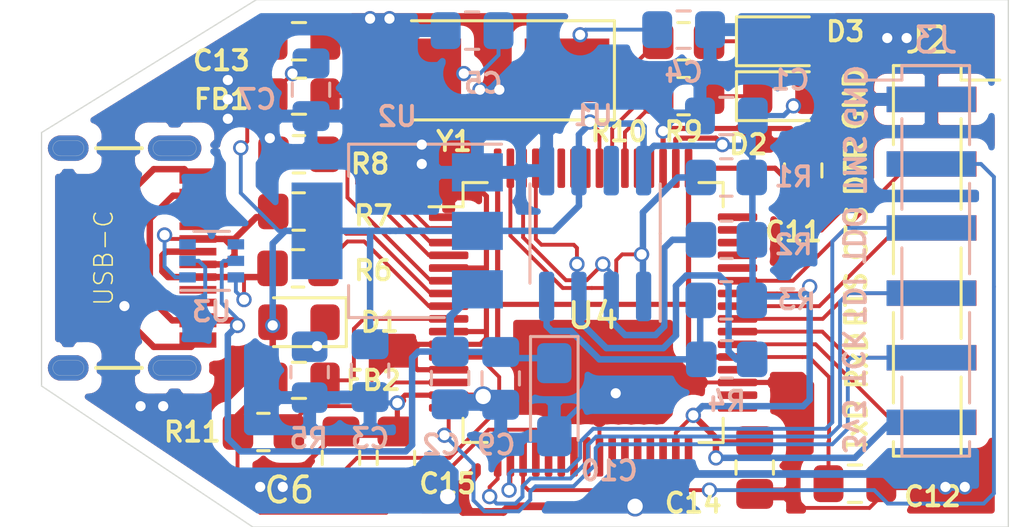
<source format=kicad_pcb>
(kicad_pcb (version 20171130) (host pcbnew 5.1.9)
  (layers (0 F.Cu signal) (31 B.Cu signal) (34 B.Paste user hide) (35 F.Paste user hide) (36 B.SilkS user hide) (37 F.SilkS user hide) (38 B.Mask user hide) (39 F.Mask user hide) (44 Edge.Cuts user hide))
  (net 0 "")
  (net 1 GND)
  (net 2 +3V3)
  (net 3 +5V)
  (net 4 "Net-(C4-Pad1)")
  (net 5 "Net-(C5-Pad1)")
  (net 6 "Net-(D1-Pad1)")
  (net 7 /TCK)
  (net 8 /TDO)
  (net 9 /TDI)
  (net 10 /TMS)
  (net 11 "Net-(J6-PadA6)")
  (net 12 "Net-(J6-PadA7)")
  (net 13 "Net-(R1-Pad1)")
  (net 14 "Net-(R2-Pad1)")
  (net 15 "Net-(R3-Pad1)")
  (net 16 "Net-(R4-Pad2)")
  (net 17 "Net-(R10-Pad2)")
  (net 18 "Net-(R7-Pad2)")
  (net 19 "Net-(D2-Pad1)")
  (net 20 "Net-(D3-Pad1)")
  (net 21 "Net-(FB1-Pad1)")
  (net 22 "Net-(FB2-Pad1)")
  (net 23 /DTR)
  (net 24 /RTS)
  (net 25 /TX)
  (net 26 /CTS)
  (net 27 /RX)
  (net 28 "Net-(R6-Pad2)")
  (net 29 "Net-(R11-Pad2)")
  (net 30 +1V8)
  (net 31 "Net-(R9-Pad2)")
  (net 32 "Net-(R8-Pad2)")
  (module Capacitor_SMD:C_0805_2012Metric_Pad1.18x1.45mm_HandSolder (layer F.Cu) (at 159.004 109.728 270)
    (fp_text reference C14 (at 1.397 2.413 180) (layer F.SilkS) (effects (font (size 0.762 0.762))))
    (fp_text value 0.1uF)
    (pad 2 smd roundrect (at 1.0375 0 270) (size 1.175 1.45) (layers F.Cu F.Paste F.Mask) (roundrect_rratio 0.212766) (net 1 GND))
    (pad 1 smd roundrect (at -1.0375 0 270) (size 1.175 1.45) (layers F.Cu F.Paste F.Mask) (roundrect_rratio 0.212766) (net 2 +3V3))
  )
  (module Crystal:Crystal_SMD_0603-2Pin_6.0x3.5mm_HandSoldering (layer F.Cu) (at 148.717 94.107 180)
    (fp_text reference Y1 (at 1.524 -2.794) (layer F.SilkS) (effects (font (size 0.762 0.762))))
    (fp_text value 12MHZ)
    (pad 2 smd rect (at 2.9125 0 180) (size 3.325 2.5) (layers F.Cu F.Paste F.Mask) (net 5 "Net-(C5-Pad1)"))
    (pad 1 smd rect (at -2.9125 0 180) (size 3.325 2.5) (layers F.Cu F.Paste F.Mask) (net 4 "Net-(C4-Pad1)"))
  )
  (module Resistor_SMD:R_0805_2012Metric_Pad1.20x1.40mm_HandSolder (layer F.Cu) (at 139.7 108.331)
    (fp_text reference R11 (at -2.794 0) (layer F.SilkS) (effects (font (size 0.762 0.762))))
    (fp_text value 1K)
    (pad 2 smd roundrect (at 1 0) (size 1.2 1.4) (layers F.Cu F.Paste F.Mask) (roundrect_rratio 0.208333) (net 29 "Net-(R11-Pad2)"))
    (pad 1 smd roundrect (at -1 0) (size 1.2 1.4) (layers F.Cu F.Paste F.Mask) (roundrect_rratio 0.208333) (net 2 +3V3))
  )
  (module Resistor_SMD:R_0805_2012Metric_Pad1.20x1.40mm_HandSolder (layer F.Cu) (at 156.21 92.964 180)
    (fp_text reference R10 (at 2.54 -3.556) (layer F.SilkS) (effects (font (size 0.762 0.762))))
    (fp_text value 2K2)
    (pad 2 smd roundrect (at 1 0 180) (size 1.2 1.4) (layers F.Cu F.Paste F.Mask) (roundrect_rratio 0.208333) (net 17 "Net-(R10-Pad2)"))
    (pad 1 smd roundrect (at -1 0 180) (size 1.2 1.4) (layers F.Cu F.Paste F.Mask) (roundrect_rratio 0.208333) (net 20 "Net-(D3-Pad1)"))
  )
  (module Resistor_SMD:R_0805_2012Metric_Pad1.20x1.40mm_HandSolder (layer F.Cu) (at 156.21 95.123 180)
    (fp_text reference R9 (at 0 -1.397) (layer F.SilkS) (effects (font (size 0.762 0.762))))
    (fp_text value 2K2)
    (pad 2 smd roundrect (at 1 0 180) (size 1.2 1.4) (layers F.Cu F.Paste F.Mask) (roundrect_rratio 0.208333) (net 31 "Net-(R9-Pad2)"))
    (pad 1 smd roundrect (at -1 0 180) (size 1.2 1.4) (layers F.Cu F.Paste F.Mask) (roundrect_rratio 0.208333) (net 19 "Net-(D2-Pad1)"))
  )
  (module Resistor_SMD:R_0805_2012Metric_Pad1.20x1.40mm_HandSolder (layer F.Cu) (at 141.097 97.409)
    (fp_text reference R8 (at 2.794 0.381) (layer F.SilkS) (effects (font (size 0.762 0.762))))
    (fp_text value 12K)
    (pad 2 smd roundrect (at 1 0) (size 1.2 1.4) (layers F.Cu F.Paste F.Mask) (roundrect_rratio 0.208333) (net 32 "Net-(R8-Pad2)"))
    (pad 1 smd roundrect (at -1 0) (size 1.2 1.4) (layers F.Cu F.Paste F.Mask) (roundrect_rratio 0.208333) (net 1 GND))
  )
  (module Resistor_SMD:R_0805_2012Metric_Pad1.20x1.40mm_HandSolder (layer F.Cu) (at 141.08568 99.65944)
    (fp_text reference R7 (at 2.93232 0.16256) (layer F.SilkS) (effects (font (size 0.762 0.762))))
    (fp_text value 27)
    (pad 2 smd roundrect (at 1 0) (size 1.2 1.4) (layers F.Cu F.Paste F.Mask) (roundrect_rratio 0.208333) (net 18 "Net-(R7-Pad2)"))
    (pad 1 smd roundrect (at -1 0) (size 1.2 1.4) (layers F.Cu F.Paste F.Mask) (roundrect_rratio 0.208333) (net 12 "Net-(J6-PadA7)"))
  )
  (module Resistor_SMD:R_0805_2012Metric_Pad1.20x1.40mm_HandSolder (layer F.Cu) (at 141.06006 101.89464)
    (fp_text reference R6 (at 2.95794 0.08636) (layer F.SilkS) (effects (font (size 0.762 0.762))))
    (fp_text value 27)
    (pad 2 smd roundrect (at 1 0) (size 1.2 1.4) (layers F.Cu F.Paste F.Mask) (roundrect_rratio 0.208333) (net 28 "Net-(R6-Pad2)"))
    (pad 1 smd roundrect (at -1 0) (size 1.2 1.4) (layers F.Cu F.Paste F.Mask) (roundrect_rratio 0.208333) (net 11 "Net-(J6-PadA6)"))
  )
  (module Resistor_SMD:R_0805_2012Metric_Pad1.20x1.40mm_HandSolder (layer B.Cu) (at 141.5161 105.9778 270)
    (fp_text reference R5 (at 2.6072 0.0381 180) (layer B.SilkS) (effects (font (size 0.762 0.762)) (justify mirror)))
    (fp_text value 2K2)
    (pad 2 smd roundrect (at 1 0 270) (size 1.2 1.4) (layers B.Cu B.Paste B.Mask) (roundrect_rratio 0.208333) (net 1 GND))
    (pad 1 smd roundrect (at -1 0 270) (size 1.2 1.4) (layers B.Cu B.Paste B.Mask) (roundrect_rratio 0.208333) (net 6 "Net-(D1-Pad1)"))
  )
  (module Resistor_SMD:R_0805_2012Metric_Pad1.20x1.40mm_HandSolder (layer B.Cu) (at 157.9028 105.4735)
    (fp_text reference R4 (at 0 1.65) (layer B.SilkS) (effects (font (size 0.762 0.762)) (justify mirror)))
    (fp_text value 2.2K)
    (pad 2 smd roundrect (at 1 0) (size 1.2 1.4) (layers B.Cu B.Paste B.Mask) (roundrect_rratio 0.208333) (net 16 "Net-(R4-Pad2)"))
    (pad 1 smd roundrect (at -1 0) (size 1.2 1.4) (layers B.Cu B.Paste B.Mask) (roundrect_rratio 0.208333) (net 15 "Net-(R3-Pad1)"))
  )
  (module Resistor_SMD:R_0805_2012Metric_Pad1.20x1.40mm_HandSolder (layer B.Cu) (at 157.8864 103.15448)
    (fp_text reference R3 (at 2.7686 -0.03048) (layer B.SilkS) (effects (font (size 0.762 0.762)) (justify mirror)))
    (fp_text value 10K)
    (pad 2 smd roundrect (at 1 0) (size 1.2 1.4) (layers B.Cu B.Paste B.Mask) (roundrect_rratio 0.208333) (net 2 +3V3))
    (pad 1 smd roundrect (at -1 0) (size 1.2 1.4) (layers B.Cu B.Paste B.Mask) (roundrect_rratio 0.208333) (net 15 "Net-(R3-Pad1)"))
  )
  (module Resistor_SMD:R_0805_2012Metric_Pad1.20x1.40mm_HandSolder (layer B.Cu) (at 157.89286 100.77196)
    (fp_text reference R2 (at 2.63514 0.19304) (layer B.SilkS) (effects (font (size 0.762 0.762)) (justify mirror)))
    (fp_text value 10K)
    (pad 2 smd roundrect (at 1 0) (size 1.2 1.4) (layers B.Cu B.Paste B.Mask) (roundrect_rratio 0.208333) (net 2 +3V3))
    (pad 1 smd roundrect (at -1 0) (size 1.2 1.4) (layers B.Cu B.Paste B.Mask) (roundrect_rratio 0.208333) (net 14 "Net-(R2-Pad1)"))
  )
  (module Resistor_SMD:R_0805_2012Metric_Pad1.20x1.40mm_HandSolder (layer B.Cu) (at 157.88756 98.32086)
    (fp_text reference R1 (at 2.64044 -0.02286) (layer B.SilkS) (effects (font (size 0.762 0.762)) (justify mirror)))
    (fp_text value 10K)
    (pad 2 smd roundrect (at 1 0) (size 1.2 1.4) (layers B.Cu B.Paste B.Mask) (roundrect_rratio 0.208333) (net 2 +3V3))
    (pad 1 smd roundrect (at -1 0) (size 1.2 1.4) (layers B.Cu B.Paste B.Mask) (roundrect_rratio 0.208333) (net 13 "Net-(R1-Pad1)"))
  )
  (module Capacitor_SMD:C_0805_2012Metric_Pad1.18x1.45mm_HandSolder (layer F.Cu) (at 144.907 109.347 90)
    (fp_text reference C15 (at -1.016 2.032 180) (layer F.SilkS) (effects (font (size 0.762 0.762))))
    (fp_text value 0.1uF)
    (pad 2 smd roundrect (at 1.0375 0 90) (size 1.175 1.45) (layers F.Cu F.Paste F.Mask) (roundrect_rratio 0.212766) (net 1 GND))
    (pad 1 smd roundrect (at -1.0375 0 90) (size 1.175 1.45) (layers F.Cu F.Paste F.Mask) (roundrect_rratio 0.212766) (net 2 +3V3))
  )
  (module Capacitor_SMD:C_0805_2012Metric_Pad1.18x1.45mm_HandSolder (layer F.Cu) (at 141.097 92.964 180)
    (fp_text reference C13 (at 3.048 -0.762) (layer F.SilkS) (effects (font (size 0.762 0.762))))
    (fp_text value 0.1uF)
    (pad 2 smd roundrect (at 1.0375 0 180) (size 1.175 1.45) (layers F.Cu F.Paste F.Mask) (roundrect_rratio 0.212766) (net 1 GND))
    (pad 1 smd roundrect (at -1.0375 0 180) (size 1.175 1.45) (layers F.Cu F.Paste F.Mask) (roundrect_rratio 0.212766) (net 2 +3V3))
  )
  (module Capacitor_SMD:C_0805_2012Metric_Pad1.18x1.45mm_HandSolder (layer F.Cu) (at 162.941 110.363)
    (fp_text reference C12 (at 3.048 0.508) (layer F.SilkS) (effects (font (size 0.762 0.762))))
    (fp_text value 0.1uF)
    (pad 2 smd roundrect (at 1.0375 0) (size 1.175 1.45) (layers F.Cu F.Paste F.Mask) (roundrect_rratio 0.212766) (net 1 GND))
    (pad 1 smd roundrect (at -1.0375 0) (size 1.175 1.45) (layers F.Cu F.Paste F.Mask) (roundrect_rratio 0.212766) (net 30 +1V8))
  )
  (module Capacitor_SMD:C_0805_2012Metric_Pad1.18x1.45mm_HandSolder (layer F.Cu) (at 160.909 98.044 90)
    (fp_text reference C11 (at -2.413 -0.381 180) (layer F.SilkS) (effects (font (size 0.762 0.762))))
    (fp_text value 0.1uF)
    (pad 2 smd roundrect (at 1.0375 0 90) (size 1.175 1.45) (layers F.Cu F.Paste F.Mask) (roundrect_rratio 0.212766) (net 1 GND))
    (pad 1 smd roundrect (at -1.0375 0 90) (size 1.175 1.45) (layers F.Cu F.Paste F.Mask) (roundrect_rratio 0.212766) (net 30 +1V8))
  )
  (module Capacitor_SMD:C_0805_2012Metric_Pad1.18x1.45mm_HandSolder (layer B.Cu) (at 149.02434 106.22142 270)
    (fp_text reference C9 (at 2.61758 0.18034 180) (layer B.SilkS) (effects (font (size 0.762 0.762)) (justify mirror)))
    (fp_text value 0.1uF)
    (pad 2 smd roundrect (at 1.0375 0 270) (size 1.175 1.45) (layers B.Cu B.Paste B.Mask) (roundrect_rratio 0.212766) (net 1 GND))
    (pad 1 smd roundrect (at -1.0375 0 270) (size 1.175 1.45) (layers B.Cu B.Paste B.Mask) (roundrect_rratio 0.212766) (net 3 +5V))
  )
  (module Capacitor_SMD:C_0805_2012Metric_Pad1.18x1.45mm_HandSolder (layer B.Cu) (at 141.56944 94.869 270)
    (fp_text reference C7 (at 0.381 2.12344 180) (layer B.SilkS) (effects (font (size 0.762 0.762)) (justify mirror)))
    (fp_text value 0.1uF)
    (pad 2 smd roundrect (at 1.0375 0 270) (size 1.175 1.45) (layers B.Cu B.Paste B.Mask) (roundrect_rratio 0.212766) (net 1 GND))
    (pad 1 smd roundrect (at -1.0375 0 270) (size 1.175 1.45) (layers B.Cu B.Paste B.Mask) (roundrect_rratio 0.212766) (net 2 +3V3))
  )
  (module Capacitor_SMD:C_0805_2012Metric_Pad1.18x1.45mm_HandSolder (layer F.Cu) (at 142.748 109.347 90)
    (fp_text reference C6 (at -1.27 -2.032 180) (layer F.SilkS))
    (fp_text value 0.1uF)
    (pad 2 smd roundrect (at 1.0375 0 90) (size 1.175 1.45) (layers F.Cu F.Paste F.Mask) (roundrect_rratio 0.212766) (net 1 GND))
    (pad 1 smd roundrect (at -1.0375 0 90) (size 1.175 1.45) (layers F.Cu F.Paste F.Mask) (roundrect_rratio 0.212766) (net 30 +1V8))
  )
  (module Capacitor_SMD:C_0805_2012Metric_Pad1.18x1.45mm_HandSolder (layer B.Cu) (at 147.9005 92.5449 180)
    (fp_text reference C5 (at -0.4355 -2.0701) (layer B.SilkS) (effects (font (size 0.762 0.762)) (justify mirror)))
    (fp_text value 27pF)
    (pad 2 smd roundrect (at 1.0375 0 180) (size 1.175 1.45) (layers B.Cu B.Paste B.Mask) (roundrect_rratio 0.212766) (net 1 GND))
    (pad 1 smd roundrect (at -1.0375 0 180) (size 1.175 1.45) (layers B.Cu B.Paste B.Mask) (roundrect_rratio 0.212766) (net 5 "Net-(C5-Pad1)"))
  )
  (module Capacitor_SMD:C_0805_2012Metric_Pad1.18x1.45mm_HandSolder (layer B.Cu) (at 156.21 92.5068)
    (fp_text reference C4 (at 0 1.68) (layer B.SilkS) (effects (font (size 0.762 0.762)) (justify mirror)))
    (fp_text value 27pF)
    (pad 2 smd roundrect (at 1.0375 0) (size 1.175 1.45) (layers B.Cu B.Paste B.Mask) (roundrect_rratio 0.212766) (net 1 GND))
    (pad 1 smd roundrect (at -1.0375 0) (size 1.175 1.45) (layers B.Cu B.Paste B.Mask) (roundrect_rratio 0.212766) (net 4 "Net-(C4-Pad1)"))
  )
  (module Capacitor_SMD:C_0805_2012Metric_Pad1.18x1.45mm_HandSolder (layer B.Cu) (at 143.891 105.918 270)
    (fp_text reference C3 (at 2.667 0 180) (layer B.SilkS) (effects (font (size 0.762 0.762)) (justify mirror)))
    (fp_text value 0.1uF)
    (pad 2 smd roundrect (at 1.0375 0 270) (size 1.175 1.45) (layers B.Cu B.Paste B.Mask) (roundrect_rratio 0.212766) (net 1 GND))
    (pad 1 smd roundrect (at -1.0375 0 270) (size 1.175 1.45) (layers B.Cu B.Paste B.Mask) (roundrect_rratio 0.212766) (net 2 +3V3))
  )
  (module Capacitor_SMD:C_0805_2012Metric_Pad1.18x1.45mm_HandSolder (layer B.Cu) (at 147.03552 106.20502 270)
    (fp_text reference C2 (at 2.63398 0.35052 180) (layer B.SilkS) (effects (font (size 0.762 0.762)) (justify mirror)))
    (fp_text value 0.1uF)
    (pad 2 smd roundrect (at 1.0375 0 270) (size 1.175 1.45) (layers B.Cu B.Paste B.Mask) (roundrect_rratio 0.212766) (net 1 GND))
    (pad 1 smd roundrect (at -1.0375 0 270) (size 1.175 1.45) (layers B.Cu B.Paste B.Mask) (roundrect_rratio 0.212766) (net 3 +5V))
  )
  (module Capacitor_SMD:C_0805_2012Metric_Pad1.18x1.45mm_HandSolder (layer B.Cu) (at 157.8901 95.90278 180)
    (fp_text reference C1 (at -2.5109 1.41478) (layer B.SilkS) (effects (font (size 0.762 0.762)) (justify mirror)))
    (fp_text value 0.1uF)
    (pad 2 smd roundrect (at 1.0375 0 180) (size 1.175 1.45) (layers B.Cu B.Paste B.Mask) (roundrect_rratio 0.212766) (net 1 GND))
    (pad 1 smd roundrect (at -1.0375 0 180) (size 1.175 1.45) (layers B.Cu B.Paste B.Mask) (roundrect_rratio 0.212766) (net 2 +3V3))
  )
  (module Package_QFP:LQFP-64_10x10mm_P0.5mm (layer F.Cu) (at 152.654 103.632)
    (fp_text reference U4 (at 0 0.127) (layer F.SilkS))
    (fp_text value FT2232HL)
    (pad 64 smd roundrect (at -3.75 -5.675) (size 0.3 1.55) (layers F.Cu F.Paste F.Mask) (net 30 +1V8))
    (pad 63 smd roundrect (at -3.25 -5.675) (size 0.3 1.55) (layers F.Cu F.Paste F.Mask) (net 13 "Net-(R1-Pad1)"))
    (pad 62 smd roundrect (at -2.75 -5.675) (size 0.3 1.55) (layers F.Cu F.Paste F.Mask) (net 14 "Net-(R2-Pad1)"))
    (pad 61 smd roundrect (at -2.25 -5.675) (size 0.3 1.55) (layers F.Cu F.Paste F.Mask) (net 16 "Net-(R4-Pad2)"))
    (pad 60 smd roundrect (at -1.75 -5.675) (size 0.3 1.55) (layers F.Cu F.Paste F.Mask))
    (pad 59 smd roundrect (at -1.25 -5.675) (size 0.3 1.55) (layers F.Cu F.Paste F.Mask))
    (pad 58 smd roundrect (at -0.75 -5.675) (size 0.3 1.55) (layers F.Cu F.Paste F.Mask))
    (pad 57 smd roundrect (at -0.25 -5.675) (size 0.3 1.55) (layers F.Cu F.Paste F.Mask))
    (pad 56 smd roundrect (at 0.25 -5.675) (size 0.3 1.55) (layers F.Cu F.Paste F.Mask) (net 2 +3V3))
    (pad 55 smd roundrect (at 0.75 -5.675) (size 0.3 1.55) (layers F.Cu F.Paste F.Mask) (net 17 "Net-(R10-Pad2)"))
    (pad 54 smd roundrect (at 1.25 -5.675) (size 0.3 1.55) (layers F.Cu F.Paste F.Mask) (net 31 "Net-(R9-Pad2)"))
    (pad 53 smd roundrect (at 1.75 -5.675) (size 0.3 1.55) (layers F.Cu F.Paste F.Mask))
    (pad 52 smd roundrect (at 2.25 -5.675) (size 0.3 1.55) (layers F.Cu F.Paste F.Mask))
    (pad 51 smd roundrect (at 2.75 -5.675) (size 0.3 1.55) (layers F.Cu F.Paste F.Mask) (net 1 GND))
    (pad 50 smd roundrect (at 3.25 -5.675) (size 0.3 1.55) (layers F.Cu F.Paste F.Mask) (net 2 +3V3))
    (pad 49 smd roundrect (at 3.75 -5.675) (size 0.3 1.55) (layers F.Cu F.Paste F.Mask) (net 30 +1V8))
    (pad 48 smd roundrect (at 5.675 -3.75) (size 1.55 0.3) (layers F.Cu F.Paste F.Mask))
    (pad 47 smd roundrect (at 5.675 -3.25) (size 1.55 0.3) (layers F.Cu F.Paste F.Mask) (net 1 GND))
    (pad 46 smd roundrect (at 5.675 -2.75) (size 1.55 0.3) (layers F.Cu F.Paste F.Mask))
    (pad 45 smd roundrect (at 5.675 -2.25) (size 1.55 0.3) (layers F.Cu F.Paste F.Mask))
    (pad 44 smd roundrect (at 5.675 -1.75) (size 1.55 0.3) (layers F.Cu F.Paste F.Mask))
    (pad 43 smd roundrect (at 5.675 -1.25) (size 1.55 0.3) (layers F.Cu F.Paste F.Mask) (net 23 /DTR))
    (pad 42 smd roundrect (at 5.675 -0.75) (size 1.55 0.3) (layers F.Cu F.Paste F.Mask) (net 2 +3V3))
    (pad 41 smd roundrect (at 5.675 -0.25) (size 1.55 0.3) (layers F.Cu F.Paste F.Mask) (net 26 /CTS))
    (pad 40 smd roundrect (at 5.675 0.25) (size 1.55 0.3) (layers F.Cu F.Paste F.Mask) (net 24 /RTS))
    (pad 39 smd roundrect (at 5.675 0.75) (size 1.55 0.3) (layers F.Cu F.Paste F.Mask) (net 27 /RX))
    (pad 38 smd roundrect (at 5.675 1.25) (size 1.55 0.3) (layers F.Cu F.Paste F.Mask) (net 25 /TX))
    (pad 37 smd roundrect (at 5.675 1.75) (size 1.55 0.3) (layers F.Cu F.Paste F.Mask) (net 30 +1V8))
    (pad 36 smd roundrect (at 5.675 2.25) (size 1.55 0.3) (layers F.Cu F.Paste F.Mask))
    (pad 35 smd roundrect (at 5.675 2.75) (size 1.55 0.3) (layers F.Cu F.Paste F.Mask) (net 1 GND))
    (pad 34 smd roundrect (at 5.675 3.25) (size 1.55 0.3) (layers F.Cu F.Paste F.Mask))
    (pad 33 smd roundrect (at 5.675 3.75) (size 1.55 0.3) (layers F.Cu F.Paste F.Mask))
    (pad 32 smd roundrect (at 3.75 5.675) (size 0.3 1.55) (layers F.Cu F.Paste F.Mask))
    (pad 31 smd roundrect (at 3.25 5.675) (size 0.3 1.55) (layers F.Cu F.Paste F.Mask) (net 2 +3V3))
    (pad 30 smd roundrect (at 2.75 5.675) (size 0.3 1.55) (layers F.Cu F.Paste F.Mask))
    (pad 29 smd roundrect (at 2.25 5.675) (size 0.3 1.55) (layers F.Cu F.Paste F.Mask))
    (pad 28 smd roundrect (at 1.75 5.675) (size 0.3 1.55) (layers F.Cu F.Paste F.Mask))
    (pad 27 smd roundrect (at 1.25 5.675) (size 0.3 1.55) (layers F.Cu F.Paste F.Mask))
    (pad 26 smd roundrect (at 0.75 5.675) (size 0.3 1.55) (layers F.Cu F.Paste F.Mask))
    (pad 25 smd roundrect (at 0.25 5.675) (size 0.3 1.55) (layers F.Cu F.Paste F.Mask) (net 1 GND))
    (pad 24 smd roundrect (at -0.25 5.675) (size 0.3 1.55) (layers F.Cu F.Paste F.Mask))
    (pad 23 smd roundrect (at -0.75 5.675) (size 0.3 1.55) (layers F.Cu F.Paste F.Mask))
    (pad 22 smd roundrect (at -1.25 5.675) (size 0.3 1.55) (layers F.Cu F.Paste F.Mask))
    (pad 21 smd roundrect (at -1.75 5.675) (size 0.3 1.55) (layers F.Cu F.Paste F.Mask))
    (pad 20 smd roundrect (at -2.25 5.675) (size 0.3 1.55) (layers F.Cu F.Paste F.Mask) (net 2 +3V3))
    (pad 19 smd roundrect (at -2.75 5.675) (size 0.3 1.55) (layers F.Cu F.Paste F.Mask) (net 10 /TMS))
    (pad 18 smd roundrect (at -3.25 5.675) (size 0.3 1.55) (layers F.Cu F.Paste F.Mask) (net 8 /TDO))
    (pad 17 smd roundrect (at -3.75 5.675) (size 0.3 1.55) (layers F.Cu F.Paste F.Mask) (net 9 /TDI))
    (pad 16 smd roundrect (at -5.675 3.75) (size 1.55 0.3) (layers F.Cu F.Paste F.Mask) (net 7 /TCK))
    (pad 15 smd roundrect (at -5.675 3.25) (size 1.55 0.3) (layers F.Cu F.Paste F.Mask) (net 1 GND))
    (pad 14 smd roundrect (at -5.675 2.75) (size 1.55 0.3) (layers F.Cu F.Paste F.Mask) (net 29 "Net-(R11-Pad2)"))
    (pad 13 smd roundrect (at -5.675 2.25) (size 1.55 0.3) (layers F.Cu F.Paste F.Mask) (net 1 GND))
    (pad 12 smd roundrect (at -5.675 1.75) (size 1.55 0.3) (layers F.Cu F.Paste F.Mask) (net 30 +1V8))
    (pad 11 smd roundrect (at -5.675 1.25) (size 1.55 0.3) (layers F.Cu F.Paste F.Mask) (net 1 GND))
    (pad 10 smd roundrect (at -5.675 0.75) (size 1.55 0.3) (layers F.Cu F.Paste F.Mask) (net 1 GND))
    (pad 9 smd roundrect (at -5.675 0.25) (size 1.55 0.3) (layers F.Cu F.Paste F.Mask) (net 22 "Net-(FB2-Pad1)"))
    (pad 8 smd roundrect (at -5.675 -0.25) (size 1.55 0.3) (layers F.Cu F.Paste F.Mask) (net 28 "Net-(R6-Pad2)"))
    (pad 7 smd roundrect (at -5.675 -0.75) (size 1.55 0.3) (layers F.Cu F.Paste F.Mask) (net 18 "Net-(R7-Pad2)"))
    (pad 6 smd roundrect (at -5.675 -1.25) (size 1.55 0.3) (layers F.Cu F.Paste F.Mask) (net 32 "Net-(R8-Pad2)"))
    (pad 5 smd roundrect (at -5.675 -1.75) (size 1.55 0.3) (layers F.Cu F.Paste F.Mask) (net 1 GND))
    (pad 4 smd roundrect (at -5.675 -2.25) (size 1.55 0.3) (layers F.Cu F.Paste F.Mask) (net 21 "Net-(FB1-Pad1)"))
    (pad 3 smd roundrect (at -5.675 -2.75) (size 1.55 0.3) (layers F.Cu F.Paste F.Mask) (net 5 "Net-(C5-Pad1)"))
    (pad 2 smd roundrect (at -5.675 -3.25) (size 1.55 0.3) (layers F.Cu F.Paste F.Mask) (net 4 "Net-(C4-Pad1)"))
    (pad 1 smd roundrect (at -5.675 -3.75) (size 1.55 0.3) (layers F.Cu F.Paste F.Mask) (net 1 GND))
  )
  (module Package_TO_SOT_SMD:SOT-363_SC-70-6 (layer B.Cu) (at 137.668 101.6)
    (fp_text reference U3 (at 0 2) (layer B.SilkS) (effects (font (size 0.762 0.762)) (justify mirror)))
    (fp_text value NUP2202)
    (pad 1 smd rect (at -0.95 0.65) (size 0.65 0.4) (layers B.Cu B.Paste B.Mask) (net 12 "Net-(J6-PadA7)"))
    (pad 3 smd rect (at -0.95 -0.65) (size 0.65 0.4) (layers B.Cu B.Paste B.Mask))
    (pad 5 smd rect (at 0.95 0) (size 0.65 0.4) (layers B.Cu B.Paste B.Mask) (net 3 +5V))
    (pad 2 smd rect (at -0.95 0) (size 0.65 0.4) (layers B.Cu B.Paste B.Mask) (net 1 GND))
    (pad 4 smd rect (at 0.95 -0.65) (size 0.65 0.4) (layers B.Cu B.Paste B.Mask))
    (pad 6 smd rect (at 0.95 0.65) (size 0.65 0.4) (layers B.Cu B.Paste B.Mask) (net 11 "Net-(J6-PadA6)"))
  )
  (module Inductor_SMD:L_0805_2012Metric_Pad1.15x1.40mm_HandSolder (layer F.Cu) (at 141.097 106.299 180)
    (fp_text reference FB2 (at -2.921 0) (layer F.SilkS) (effects (font (size 0.762 0.762))))
    (fp_text value FerriteBead_Small)
    (pad 2 smd roundrect (at 1.025 0 180) (size 1.15 1.4) (layers F.Cu F.Paste F.Mask) (roundrect_rratio 0.217391) (net 2 +3V3))
    (pad 1 smd roundrect (at -1.025 0 180) (size 1.15 1.4) (layers F.Cu F.Paste F.Mask) (roundrect_rratio 0.217391) (net 22 "Net-(FB2-Pad1)"))
  )
  (module LED_SMD:LED_0805_2012Metric_Pad1.15x1.40mm_HandSolder (layer F.Cu) (at 160.147 92.964)
    (fp_text reference D3 (at 2.413 -0.381) (layer F.SilkS) (effects (font (size 0.762 0.762))))
    (fp_text value TX_LED)
    (pad 2 smd roundrect (at 1.025 0) (size 1.15 1.4) (layers F.Cu F.Paste F.Mask) (roundrect_rratio 0.217391) (net 2 +3V3))
    (pad 1 smd roundrect (at -1.025 0) (size 1.15 1.4) (layers F.Cu F.Paste F.Mask) (roundrect_rratio 0.217391) (net 20 "Net-(D3-Pad1)"))
  )
  (module LED_SMD:LED_0805_2012Metric_Pad1.15x1.40mm_HandSolder (layer F.Cu) (at 160.147 95.123)
    (fp_text reference D2 (at -1.397 1.905) (layer F.SilkS) (effects (font (size 0.762 0.762))))
    (fp_text value RX_LED)
    (pad 2 smd roundrect (at 1.025 0) (size 1.15 1.4) (layers F.Cu F.Paste F.Mask) (roundrect_rratio 0.217391) (net 2 +3V3))
    (pad 1 smd roundrect (at -1.025 0) (size 1.15 1.4) (layers F.Cu F.Paste F.Mask) (roundrect_rratio 0.217391) (net 19 "Net-(D2-Pad1)"))
  )
  (module Inductor_SMD:L_0805_2012Metric_Pad1.15x1.40mm_HandSolder (layer F.Cu) (at 141.097 95.123 180)
    (fp_text reference FB1 (at 3.048 -0.127) (layer F.SilkS) (effects (font (size 0.762 0.762))))
    (fp_text value FerriteBead_Small)
    (pad 2 smd roundrect (at 1.025 0 180) (size 1.15 1.4) (layers F.Cu F.Paste F.Mask) (roundrect_rratio 0.217391) (net 2 +3V3))
    (pad 1 smd roundrect (at -1.025 0 180) (size 1.15 1.4) (layers F.Cu F.Paste F.Mask) (roundrect_rratio 0.217391) (net 21 "Net-(FB1-Pad1)"))
  )
  (module Capacitor_Tantalum_SMD:CP_EIA-3216-18_Kemet-A_Pad1.58x1.35mm_HandSolder (layer B.Cu) (at 151.13 107.061 270)
    (fp_text reference C10 (at 2.794 -2.159 180) (layer B.SilkS) (effects (font (size 0.762 0.762)) (justify mirror)))
    (fp_text value 10uF)
    (pad 2 smd roundrect (at 1.4375 0 270) (size 1.575 1.35) (layers B.Cu B.Paste B.Mask) (roundrect_rratio 0.185185) (net 1 GND))
    (pad 1 smd roundrect (at -1.4375 0 270) (size 1.575 1.35) (layers B.Cu B.Paste B.Mask) (roundrect_rratio 0.185185) (net 3 +5V))
  )
  (module JTAG_HW:PinHeader_1x06_P2.54mm_Vertical_SMD_Pin1long (layer B.Cu) (at 166.116 101.6 180)
    (fp_text reference J3 (at 0 8.68) (layer B.SilkS) (effects (justify mirror)))
    (fp_text value Conn_01x06_Male)
    (pad 2 smd rect (at 0.1778 3.81 180) (size 3.51 1) (layers B.Cu B.Paste B.Mask) (net 10 /TMS))
    (pad 4 smd rect (at 0.1778 -1.27 180) (size 3.51 1) (layers B.Cu B.Paste B.Mask) (net 9 /TDI))
    (pad 6 smd rect (at 0.1778 -6.35 180) (size 3.51 1) (layers B.Cu B.Paste B.Mask) (net 2 +3V3))
    (pad 1 smd rect (at 0.1778 6.35 180) (size 3.51 1) (layers B.Cu B.Paste B.Mask) (net 1 GND))
    (pad 3 smd rect (at 0.1778 1.2954 180) (size 3.51 1) (layers B.Cu B.Paste B.Mask) (net 8 /TDO))
    (pad 5 smd rect (at 0.1778 -3.81 180) (size 3.51 1) (layers B.Cu B.Paste B.Mask) (net 7 /TCK))
  )
  (module JTAG_HW:PinHeader_1x06_P2.54mm_Vertical_SMD_Pin1long (layer F.Cu) (at 165.78326 101.6)
    (fp_text reference J2 (at 0 -8.68) (layer F.SilkS))
    (fp_text value Conn_01x06_Male)
    (pad 2 smd rect (at 0.1778 -3.81) (size 3.51 1) (layers F.Cu F.Paste F.Mask) (net 23 /DTR))
    (pad 4 smd rect (at 0.1778 1.27) (size 3.51 1) (layers F.Cu F.Paste F.Mask) (net 24 /RTS))
    (pad 6 smd rect (at 0.1778 6.35) (size 3.51 1) (layers F.Cu F.Paste F.Mask) (net 25 /TX))
    (pad 1 smd rect (at 0.1778 -6.35) (size 3.51 1) (layers F.Cu F.Paste F.Mask) (net 1 GND))
    (pad 3 smd rect (at 0.1778 -1.2954) (size 3.51 1) (layers F.Cu F.Paste F.Mask) (net 26 /CTS))
    (pad 5 smd rect (at 0.1778 3.81) (size 3.51 1) (layers F.Cu F.Paste F.Mask) (net 27 /RX))
  )
  (module Package_TO_SOT_SMD:SOT-223-3_TabPin2 (layer B.Cu) (at 144.9574 100.4202 180)
    (fp_text reference U2 (at 0 4.5) (layer B.SilkS) (effects (font (size 0.762 0.762)) (justify mirror)))
    (fp_text value AMS1117-3.3)
    (pad 1 smd rect (at -3.15 2.3 180) (size 2 1.5) (layers B.Cu B.Paste B.Mask) (net 1 GND))
    (pad 3 smd rect (at -3.15 -2.3 180) (size 2 1.5) (layers B.Cu B.Paste B.Mask) (net 3 +5V))
    (pad 2 smd rect (at -3.15 0 180) (size 2 1.5) (layers B.Cu B.Paste B.Mask) (net 2 +3V3))
    (pad 2 smd rect (at 3.15 0 180) (size 2 3.8) (layers B.Cu B.Paste B.Mask) (net 2 +3V3))
  )
  (module Package_SO:SOIC-8_3.9x4.9mm_P1.27mm (layer B.Cu) (at 152.73274 100.52558 90)
    (fp_text reference U1 (at 4.64058 -0.07874 180) (layer B.SilkS) (effects (font (size 0.762 0.762)) (justify mirror)))
    (fp_text value 93CxxC)
    (pad 8 smd roundrect (at 2.475 1.905 90) (size 1.95 0.6) (layers B.Cu B.Paste B.Mask) (net 2 +3V3))
    (pad 7 smd roundrect (at 2.475 0.635 90) (size 1.95 0.6) (layers B.Cu B.Paste B.Mask))
    (pad 6 smd roundrect (at 2.475 -0.635 90) (size 1.95 0.6) (layers B.Cu B.Paste B.Mask) (net 2 +3V3))
    (pad 5 smd roundrect (at 2.475 -1.905 90) (size 1.95 0.6) (layers B.Cu B.Paste B.Mask) (net 1 GND))
    (pad 4 smd roundrect (at -2.475 -1.905 90) (size 1.95 0.6) (layers B.Cu B.Paste B.Mask) (net 15 "Net-(R3-Pad1)"))
    (pad 3 smd roundrect (at -2.475 -0.635 90) (size 1.95 0.6) (layers B.Cu B.Paste B.Mask) (net 16 "Net-(R4-Pad2)"))
    (pad 2 smd roundrect (at -2.475 0.635 90) (size 1.95 0.6) (layers B.Cu B.Paste B.Mask) (net 14 "Net-(R2-Pad1)"))
    (pad 1 smd roundrect (at -2.475 1.905 90) (size 1.95 0.6) (layers B.Cu B.Paste B.Mask) (net 13 "Net-(R1-Pad1)"))
  )
  (module USB-C-COM-15111:USB-C-COM-15111 (layer F.Cu) (at 137.12698 101.48824 270)
    (fp_text reference J6 hide)
    (fp_text value USB_C16PIN hide)
    (fp_line (start 4.62 1.465) (end 4.62 0.365) (layer Edge.Cuts) (width 0.01))
    (fp_line (start 4.02 1.465) (end 4.02 0.365) (layer Edge.Cuts) (width 0.01))
    (fp_line (start 4.62 5.4) (end 4.62 4.78) (layer Edge.Cuts) (width 0.01))
    (fp_line (start 4.02 5.4) (end 4.02 4.78) (layer Edge.Cuts) (width 0.01))
    (fp_line (start -4.02 1.465) (end -4.02 0.365) (layer Edge.Cuts) (width 0.01))
    (fp_line (start -4.62 1.465) (end -4.62 0.365) (layer Edge.Cuts) (width 0.01))
    (fp_line (start -4.02 5.4) (end -4.02 4.78) (layer Edge.Cuts) (width 0.01))
    (fp_line (start -4.62 5.4) (end -4.62 4.78) (layer Edge.Cuts) (width 0.01))
    (fp_arc (start -4.32 4.78) (end -4.62 4.78) (angle 180) (layer Edge.Cuts) (width 0.01))
    (fp_arc (start -4.32 5.4) (end -4.02 5.4) (angle 180) (layer Edge.Cuts) (width 0.01))
    (fp_arc (start -4.32 1.465) (end -4.02 1.465) (angle 180) (layer Edge.Cuts) (width 0.01))
    (fp_arc (start -4.32 0.365) (end -4.62 0.365) (angle 180) (layer Edge.Cuts) (width 0.01))
    (fp_arc (start 4.32 4.78) (end 4.02 4.78) (angle 180) (layer Edge.Cuts) (width 0.01))
    (fp_arc (start 4.32 5.4) (end 4.62 5.4) (angle 180) (layer Edge.Cuts) (width 0.01))
    (fp_arc (start 4.32 1.465) (end 4.62 1.465) (angle 180) (layer Edge.Cuts) (width 0.01))
    (fp_arc (start 4.32 0.365) (end 4.02 0.365) (angle 180) (layer Edge.Cuts) (width 0.01))
    (fp_text user USB-C (at 0 3.7 90) (layer F.SilkS) (effects (font (size 0.7239 0.7239) (thickness 0.06096))))
    (pad B6 smd rect (at 0.75 0 270) (size 0.3 1.45) (layers F.Cu F.Paste F.Mask) (net 11 "Net-(J6-PadA6)"))
    (pad A7 smd rect (at 0.25 0 270) (size 0.3 1.45) (layers F.Cu F.Paste F.Mask) (net 12 "Net-(J6-PadA7)"))
    (pad GND2 smd rect (at 3.225 0 270) (size 0.6 1.45) (layers F.Cu F.Paste F.Mask) (net 1 GND))
    (pad VBUS2 smd rect (at 2.45 0 270) (size 0.55 1.45) (layers F.Cu F.Paste F.Mask) (net 3 +5V))
    (pad B5 smd rect (at 1.75 0 270) (size 0.3 1.45) (layers F.Cu F.Paste F.Mask))
    (pad A8 smd rect (at 1.25 0 270) (size 0.3 1.45) (layers F.Cu F.Paste F.Mask))
    (pad B7 smd rect (at -0.75 0 90) (size 0.3 1.45) (layers F.Cu F.Paste F.Mask) (net 12 "Net-(J6-PadA7)"))
    (pad A6 smd rect (at -0.25 0 90) (size 0.3 1.45) (layers F.Cu F.Paste F.Mask) (net 11 "Net-(J6-PadA6)"))
    (pad GND smd rect (at -3.225 0 90) (size 0.6 1.45) (layers F.Cu F.Paste F.Mask) (net 1 GND))
    (pad VBUS1 smd rect (at -2.45 0 90) (size 0.55 1.45) (layers F.Cu F.Paste F.Mask) (net 3 +5V))
    (pad B8 smd rect (at -1.75 0 90) (size 0.3 1.45) (layers F.Cu F.Paste F.Mask))
    (pad A5 smd rect (at -1.25 0 90) (size 0.3 1.45) (layers F.Cu F.Paste F.Mask))
    (pad "" np_thru_hole circle (at -2.89 1.445 270) (size 0.65 0.65) (drill 0.65) (layers *.Cu *.Mask))
    (pad "" np_thru_hole circle (at 2.89 1.445 270) (size 0.65 0.65) (drill 0.65) (layers *.Cu *.Mask))
    (pad SHLD1 smd roundrect (at -4.32 0.915 90) (size 1 2.1) (layers F.Cu F.Mask) (roundrect_rratio 0.5) (net 1 GND))
    (pad SHLD2 smd roundrect (at 4.32 0.915 90) (size 1 2.1) (layers F.Cu F.Mask) (roundrect_rratio 0.5) (net 1 GND))
    (pad SHLD3 smd roundrect (at -4.32 0.915 270) (size 1 2.1) (layers *.Cu *.Mask) (roundrect_rratio 0.5) (net 1 GND))
    (pad SHLD4 smd roundrect (at 4.32 0.915 270) (size 1 2.1) (layers *.Cu *.Mask) (roundrect_rratio 0.5) (net 1 GND))
    (pad SHLD5 smd roundrect (at -4.32 5.095 90) (size 1 1.6) (layers F.Cu F.Mask) (roundrect_rratio 0.5) (net 1 GND))
    (pad SHLD6 smd roundrect (at -4.32 5.095 270) (size 1 1.6) (layers *.Cu *.Mask) (roundrect_rratio 0.5) (net 1 GND))
    (pad SHLD7 smd roundrect (at 4.32 5.095 270) (size 1 1.6) (layers *.Cu *.Mask) (roundrect_rratio 0.5) (net 1 GND))
    (pad SHLD8 smd roundrect (at 4.32 5.095 90) (size 1 1.6) (layers F.Cu F.Mask) (roundrect_rratio 0.5) (net 1 GND))
  )
  (module LED_SMD:LED_0805_2012Metric_Pad1.15x1.40mm_HandSolder (layer F.Cu) (at 141.097 104.013 180)
    (fp_text reference D1 (at -3.175 0) (layer F.SilkS) (effects (font (size 0.762 0.762))))
    (fp_text value pwr)
    (pad 2 smd roundrect (at 1.025 0 180) (size 1.15 1.4) (layers F.Cu F.Paste F.Mask) (roundrect_rratio 0.217391) (net 2 +3V3))
    (pad 1 smd roundrect (at -1.025 0 180) (size 1.15 1.4) (layers F.Cu F.Paste F.Mask) (roundrect_rratio 0.217391) (net 6 "Net-(D1-Pad1)"))
  )
  (gr_text "TMS\n" (at 162.9029 97.79 270) (layer B.SilkS) (effects (font (size 0.8 0.8)) (justify mirror)))
  (gr_text "TDO\n" (at 162.87496 100.584 270) (layer B.SilkS) (effects (font (size 0.8 0.8)) (justify mirror)))
  (gr_text TDI (at 162.89274 103.124 270) (layer B.SilkS) (effects (font (size 0.8 0.8)) (justify mirror)))
  (gr_text TCK (at 162.85972 105.41 270) (layer B.SilkS) (effects (font (size 0.8 0.8)) (justify mirror)))
  (gr_text "3v3\n" (at 162.87242 108.1024 270) (layer B.SilkS) (effects (font (size 0.8 0.8)) (justify mirror)))
  (gr_text GND (at 162.941 95.123 270) (layer B.SilkS) (effects (font (size 0.8 0.8)) (justify mirror)))
  (gr_text GND (at 162.9283 95.23984 90) (layer F.SilkS) (effects (font (size 0.8 0.8))))
  (gr_text "TxD\n" (at 163.00958 108.1024 90) (layer F.SilkS) (effects (font (size 0.8 0.8))))
  (gr_text RxD (at 163.02228 105.5243 90) (layer F.SilkS) (effects (font (size 0.8 0.8))))
  (gr_text "RTS\n" (at 162.98926 103.12654 90) (layer F.SilkS) (effects (font (size 0.8 0.8))))
  (gr_text CTS (at 163.00704 100.51796 90) (layer F.SilkS) (effects (font (size 0.8 0.8))))
  (gr_text DTR (at 162.9791 97.93732 90) (layer F.SilkS) (effects (font (size 0.8 0.8))))
  (gr_line (start 130.98272 96.55556) (end 130.98272 106.51998) (layer Edge.Cuts) (width 0.05))
  (gr_line (start 139.42822 91.3257) (end 130.98272 96.55556) (layer Edge.Cuts) (width 0.05))
  (gr_line (start 139.29106 112.07242) (end 130.98272 106.51998) (layer Edge.Cuts) (width 0.05))
  (gr_line (start 168.96842 91.3257) (end 139.42822 91.3257) (layer Edge.Cuts) (width 0.05))
  (gr_line (start 168.96842 112.07242) (end 168.96842 91.3257) (layer Edge.Cuts) (width 0.05))
  (gr_line (start 139.29106 112.07242) (end 168.96842 112.07242) (layer Edge.Cuts) (width 0.05))
  (via (at 139.573 110.49) (size 0.6) (drill 0.4) (layers F.Cu B.Cu) (net 1))
  (via (at 140.462 110.49) (size 0.6) (drill 0.4) (layers F.Cu B.Cu) (net 1))
  (via (at 148.209 94.869) (size 0.6) (drill 0.4) (layers F.Cu B.Cu) (net 1))
  (via (at 166.497 110.49) (size 0.6) (drill 0.4) (layers F.Cu B.Cu) (net 1))
  (segment (start 137.12698 98.26324) (end 136.86108 98.26324) (width 0.254) (layer F.Cu) (net 1))
  (segment (start 135.391867 97.993839) (end 134.67334 98.712366) (width 0.254) (layer F.Cu) (net 1))
  (segment (start 136.86108 98.26324) (end 136.591679 97.993839) (width 0.254) (layer F.Cu) (net 1))
  (segment (start 136.591679 97.993839) (end 135.391867 97.993839) (width 0.254) (layer F.Cu) (net 1))
  (segment (start 136.857579 104.982641) (end 137.12698 104.71324) (width 0.254) (layer F.Cu) (net 1))
  (segment (start 135.391867 104.982641) (end 136.857579 104.982641) (width 0.254) (layer F.Cu) (net 1))
  (segment (start 134.67334 104.264114) (end 135.391867 104.982641) (width 0.254) (layer F.Cu) (net 1))
  (via (at 139.95342 96.774) (size 0.6) (drill 0.4) (layers F.Cu B.Cu) (net 1))
  (segment (start 140.06438 97.52076) (end 139.95342 97.4098) (width 0.254) (layer F.Cu) (net 1))
  (segment (start 140.20154 95.894) (end 141.56944 95.894) (width 0.254) (layer B.Cu) (net 1))
  (segment (start 139.95342 96.14212) (end 140.20154 95.894) (width 0.254) (layer B.Cu) (net 1))
  (segment (start 149.82952 97.10448) (end 149.82952 98.02622) (width 0.1524) (layer B.Cu) (net 1))
  (segment (start 150.80338 98.02622) (end 150.82774 98.05058) (width 0.1524) (layer B.Cu) (net 1))
  (segment (start 149.82952 98.02622) (end 150.80338 98.02622) (width 0.1524) (layer B.Cu) (net 1))
  (segment (start 150.99002 108.45038) (end 151.14016 108.30024) (width 0.1524) (layer B.Cu) (net 1))
  (segment (start 155.54198 96.30692) (end 155.90266 95.94624) (width 0.254) (layer B.Cu) (net 1))
  (segment (start 156.82164 95.94624) (end 156.8651 95.90278) (width 0.254) (layer B.Cu) (net 1))
  (segment (start 155.90266 95.94624) (end 156.82164 95.94624) (width 0.254) (layer B.Cu) (net 1))
  (segment (start 151.40714 95.52686) (end 149.82952 97.10448) (width 0.254) (layer B.Cu) (net 1))
  (segment (start 155.54198 96.30692) (end 154.76192 95.52686) (width 0.254) (layer B.Cu) (net 1))
  (segment (start 154.76192 95.52686) (end 151.40714 95.52686) (width 0.254) (layer B.Cu) (net 1))
  (segment (start 139.95342 96.14212) (end 139.95342 96.774) (width 0.254) (layer B.Cu) (net 1))
  (via (at 138.303 96.012) (size 0.6) (drill 0.4) (layers F.Cu B.Cu) (net 1))
  (via (at 138.303 95.25) (size 0.6) (drill 0.4) (layers F.Cu B.Cu) (net 1))
  (via (at 138.303 94.488) (size 0.6) (drill 0.4) (layers F.Cu B.Cu) (net 1))
  (via (at 134.874 107.315) (size 0.6) (drill 0.4) (layers F.Cu B.Cu) (net 1))
  (via (at 135.763 107.315) (size 0.6) (drill 0.4) (layers F.Cu B.Cu) (net 1))
  (via (at 167.259 110.49) (size 0.6) (drill 0.4) (layers F.Cu B.Cu) (net 1))
  (via (at 164.211 92.837) (size 0.6) (drill 0.4) (layers F.Cu B.Cu) (net 1))
  (via (at 164.973 92.837) (size 0.6) (drill 0.4) (layers F.Cu B.Cu) (net 1))
  (via (at 145.923 97.028) (size 0.6) (drill 0.4) (layers F.Cu B.Cu) (net 1))
  (via (at 145.923 97.79) (size 0.6) (drill 0.4) (layers F.Cu B.Cu) (net 1))
  (via (at 148.971 94.869) (size 0.6) (drill 0.4) (layers F.Cu B.Cu) (net 1))
  (via (at 143.891 92.075) (size 0.6) (drill 0.4) (layers F.Cu B.Cu) (net 1))
  (via (at 144.653 92.075) (size 0.6) (drill 0.4) (layers F.Cu B.Cu) (net 1))
  (segment (start 155.404 97.957) (end 155.404 96.564) (width 0.2032) (layer F.Cu) (net 1))
  (via (at 155.404 96.49686) (size 0.6) (drill 0.4) (layers F.Cu B.Cu) (net 1))
  (segment (start 155.404 96.564) (end 155.404 96.49686) (width 0.2032) (layer F.Cu) (net 1))
  (segment (start 155.404 96.49686) (end 155.50786 96.393) (width 0.2032) (layer F.Cu) (net 1))
  (segment (start 155.50786 96.393) (end 160.401 96.393) (width 0.2032) (layer F.Cu) (net 1))
  (segment (start 160.401 96.393) (end 160.909 96.901) (width 0.2032) (layer F.Cu) (net 1))
  (segment (start 158.329 100.382) (end 161.619 100.382) (width 0.2032) (layer F.Cu) (net 1))
  (segment (start 161.619 100.382) (end 162.306 99.695) (width 0.2032) (layer F.Cu) (net 1))
  (segment (start 162.306 99.695) (end 162.306 98.298) (width 0.2032) (layer F.Cu) (net 1))
  (segment (start 162.306 98.298) (end 160.909 96.901) (width 0.2032) (layer F.Cu) (net 1))
  (segment (start 142.6425 108.3095) (end 140.462 110.49) (width 0.2032) (layer F.Cu) (net 1))
  (segment (start 142.748 108.3095) (end 142.6425 108.3095) (width 0.2032) (layer F.Cu) (net 1))
  (segment (start 142.748 108.3095) (end 144.7585 108.3095) (width 0.2032) (layer F.Cu) (net 1))
  (via (at 144.9626 107.188) (size 0.6) (drill 0.4) (layers F.Cu B.Cu) (net 1))
  (segment (start 144.9626 108.1054) (end 144.9626 107.188) (width 0.2032) (layer F.Cu) (net 1))
  (segment (start 144.7585 108.3095) (end 144.9626 108.1054) (width 0.2032) (layer F.Cu) (net 1))
  (segment (start 144.9626 107.188) (end 144.145 107.188) (width 0.2032) (layer B.Cu) (net 1))
  (segment (start 144.145 107.188) (end 143.891 106.934) (width 0.2032) (layer B.Cu) (net 1))
  (segment (start 152.904 109.307) (end 152.904 107.446) (width 0.1524) (layer F.Cu) (net 1))
  (segment (start 152.904 107.446) (end 153.543 106.807) (width 0.1524) (layer F.Cu) (net 1))
  (via (at 153.543 106.807) (size 0.6) (drill 0.4) (layers F.Cu B.Cu) (net 1))
  (segment (start 150.876 108.6255) (end 151.2165 108.6255) (width 0.1524) (layer B.Cu) (net 1))
  (segment (start 153.035 106.807) (end 153.543 106.807) (width 0.1524) (layer B.Cu) (net 1))
  (segment (start 153.968 106.382) (end 153.543 106.807) (width 0.1524) (layer F.Cu) (net 1))
  (segment (start 158.329 106.382) (end 153.968 106.382) (width 0.1524) (layer F.Cu) (net 1))
  (segment (start 158.329 106.382) (end 160.23 106.382) (width 0.2032) (layer F.Cu) (net 1))
  (segment (start 160.23 106.382) (end 160.655 106.807) (width 0.2032) (layer F.Cu) (net 1))
  (segment (start 145.2686 106.882) (end 144.9626 107.188) (width 0.2032) (layer F.Cu) (net 1))
  (segment (start 146.979 106.882) (end 145.2686 106.882) (width 0.2032) (layer F.Cu) (net 1))
  (segment (start 147.193 97.79) (end 145.923 97.79) (width 0.2032) (layer F.Cu) (net 1))
  (segment (start 148.463 99.06) (end 147.193 97.79) (width 0.2032) (layer F.Cu) (net 1))
  (segment (start 148.229 104.882) (end 148.463 104.648) (width 0.2032) (layer F.Cu) (net 1))
  (segment (start 146.979 104.882) (end 148.229 104.882) (width 0.2032) (layer F.Cu) (net 1))
  (segment (start 146.979 99.882) (end 148.403 99.882) (width 0.2032) (layer F.Cu) (net 1))
  (segment (start 148.463 99.822) (end 148.463 99.06) (width 0.2032) (layer F.Cu) (net 1))
  (segment (start 148.403 99.882) (end 148.463 99.822) (width 0.2032) (layer F.Cu) (net 1))
  (segment (start 148.435 101.882) (end 148.463 101.854) (width 0.2032) (layer F.Cu) (net 1))
  (segment (start 146.979 101.882) (end 148.435 101.882) (width 0.2032) (layer F.Cu) (net 1))
  (segment (start 148.463 101.854) (end 148.463 99.822) (width 0.2032) (layer F.Cu) (net 1))
  (segment (start 146.979 104.382) (end 148.451 104.382) (width 0.2032) (layer F.Cu) (net 1))
  (segment (start 148.451 104.382) (end 148.463 104.394) (width 0.2032) (layer F.Cu) (net 1))
  (segment (start 148.463 104.394) (end 148.463 101.854) (width 0.2032) (layer F.Cu) (net 1))
  (segment (start 148.463 104.648) (end 148.463 104.394) (width 0.2032) (layer F.Cu) (net 1))
  (segment (start 146.979 105.882) (end 145.76 105.882) (width 0.2032) (layer F.Cu) (net 1))
  (segment (start 145.76 105.882) (end 145.669 105.791) (width 0.2032) (layer F.Cu) (net 1))
  (segment (start 146.979 104.882) (end 145.816 104.882) (width 0.2032) (layer F.Cu) (net 1))
  (segment (start 145.669 105.029) (end 145.669 105.791) (width 0.2032) (layer F.Cu) (net 1))
  (segment (start 145.816 104.882) (end 145.669 105.029) (width 0.2032) (layer F.Cu) (net 1))
  (segment (start 136.718 101.6) (end 137.16 101.6) (width 0.1524) (layer B.Cu) (net 1))
  (segment (start 137.16 101.6) (end 137.414 101.854) (width 0.1524) (layer B.Cu) (net 1))
  (segment (start 137.414 101.854) (end 137.414 103.124) (width 0.1524) (layer B.Cu) (net 1))
  (via (at 134.239 103.378) (size 0.6) (drill 0.4) (layers F.Cu B.Cu) (net 1))
  (segment (start 137.16 103.378) (end 134.239 103.378) (width 0.1524) (layer B.Cu) (net 1))
  (segment (start 137.414 103.124) (end 137.16 103.378) (width 0.1524) (layer B.Cu) (net 1))
  (segment (start 134.62 103.378) (end 134.67334 103.43134) (width 0.1524) (layer F.Cu) (net 1))
  (segment (start 134.239 103.378) (end 134.62 103.378) (width 0.1524) (layer F.Cu) (net 1))
  (segment (start 134.67334 103.43134) (end 134.67334 104.264114) (width 0.254) (layer F.Cu) (net 1))
  (segment (start 134.67334 98.712366) (end 134.67334 103.43134) (width 0.254) (layer F.Cu) (net 1))
  (segment (start 163.9785 110.363) (end 163.9785 110.8495) (width 0.1524) (layer F.Cu) (net 1))
  (segment (start 163.51139 111.31661) (end 160.97361 111.31661) (width 0.1524) (layer F.Cu) (net 1))
  (segment (start 163.9785 110.8495) (end 163.51139 111.31661) (width 0.1524) (layer F.Cu) (net 1))
  (segment (start 160.97361 111.31661) (end 160.655 110.998) (width 0.1524) (layer F.Cu) (net 1))
  (segment (start 160.6335 110.7655) (end 160.655 110.744) (width 0.1524) (layer F.Cu) (net 1))
  (segment (start 159.004 110.7655) (end 160.6335 110.7655) (width 0.1524) (layer F.Cu) (net 1))
  (segment (start 160.655 110.744) (end 160.655 106.807) (width 0.1524) (layer F.Cu) (net 1))
  (segment (start 160.655 110.998) (end 160.655 110.744) (width 0.1524) (layer F.Cu) (net 1))
  (segment (start 152.654 106.807) (end 151.13 108.331) (width 0.2032) (layer B.Cu) (net 1))
  (segment (start 151.13 108.331) (end 151.13 108.585) (width 0.2032) (layer B.Cu) (net 1))
  (segment (start 152.908 106.807) (end 153.543 106.807) (width 0.2032) (layer B.Cu) (net 1))
  (segment (start 153.035 106.807) (end 152.908 106.807) (width 0.2032) (layer B.Cu) (net 1))
  (segment (start 152.908 106.807) (end 152.654 106.807) (width 0.2032) (layer B.Cu) (net 1))
  (segment (start 146.979 106.882) (end 148.08079 106.882) (width 0.2032) (layer F.Cu) (net 1))
  (segment (start 148.08079 106.882) (end 148.261 106.882) (width 0.2032) (layer F.Cu) (net 1))
  (via (at 148.336 106.934) (size 0.8) (drill 0.6) (layers F.Cu B.Cu) (net 1))
  (segment (start 148.313 106.934) (end 148.336 106.934) (width 0.2032) (layer F.Cu) (net 1))
  (segment (start 148.261 106.882) (end 148.313 106.934) (width 0.2032) (layer F.Cu) (net 1))
  (segment (start 148.66092 107.25892) (end 148.336 106.934) (width 0.2032) (layer B.Cu) (net 1))
  (segment (start 149.02434 107.25892) (end 148.66092 107.25892) (width 0.2032) (layer B.Cu) (net 1))
  (segment (start 147.03552 107.24252) (end 147.03552 107.21848) (width 0.2032) (layer B.Cu) (net 1))
  (segment (start 147.32 106.934) (end 148.336 106.934) (width 0.2032) (layer B.Cu) (net 1))
  (segment (start 147.03552 107.21848) (end 147.32 106.934) (width 0.2032) (layer B.Cu) (net 1))
  (segment (start 167.259 110.49) (end 166.497 110.49) (width 0.3048) (layer B.Cu) (net 1))
  (segment (start 166.497 110.49) (end 165.989 109.982) (width 0.3048) (layer B.Cu) (net 1))
  (segment (start 165.989 109.982) (end 156.591 109.982) (width 0.3048) (layer B.Cu) (net 1))
  (segment (start 156.591 109.982) (end 155.321 111.252) (width 0.3048) (layer B.Cu) (net 1))
  (via (at 154.305 111.252) (size 0.8) (drill 0.6) (layers F.Cu B.Cu) (net 1))
  (segment (start 155.321 111.252) (end 154.305 111.252) (width 0.3048) (layer B.Cu) (net 1))
  (via (at 146.939 110.871) (size 0.8) (drill 0.6) (layers F.Cu B.Cu) (net 1))
  (segment (start 154.305 111.252) (end 149.352 111.252) (width 0.3048) (layer F.Cu) (net 1))
  (segment (start 147.543801 111.475801) (end 146.939 110.871) (width 0.3048) (layer F.Cu) (net 1))
  (segment (start 149.128199 111.475801) (end 147.543801 111.475801) (width 0.3048) (layer F.Cu) (net 1))
  (segment (start 149.352 111.252) (end 149.128199 111.475801) (width 0.3048) (layer F.Cu) (net 1))
  (segment (start 140.843 110.871) (end 140.462 110.49) (width 0.3048) (layer B.Cu) (net 1))
  (segment (start 146.939 110.871) (end 140.843 110.871) (width 0.3048) (layer B.Cu) (net 1))
  (via (at 140.06576 104.13746) (size 0.6) (drill 0.4) (layers F.Cu B.Cu) (net 2))
  (segment (start 140.0503 104.36352) (end 140.0503 104.15292) (width 0.254) (layer F.Cu) (net 2))
  (segment (start 140.0503 104.15292) (end 140.06576 104.13746) (width 0.254) (layer F.Cu) (net 2))
  (segment (start 140.06576 104.13746) (end 140.06576 100.91674) (width 0.254) (layer B.Cu) (net 2))
  (segment (start 140.06576 100.91674) (end 140.5623 100.4202) (width 0.254) (layer B.Cu) (net 2))
  (segment (start 145.89128 100.4202) (end 145.38322 100.4202) (width 0.254) (layer B.Cu) (net 2))
  (segment (start 145.89128 100.4202) (end 148.1074 100.4202) (width 0.254) (layer B.Cu) (net 2))
  (segment (start 144.67462 100.4202) (end 144.8956 100.4202) (width 0.254) (layer B.Cu) (net 2))
  (segment (start 144.8956 100.4202) (end 145.89128 100.4202) (width 0.254) (layer B.Cu) (net 2))
  (segment (start 148.1074 100.4202) (end 151.11092 100.4202) (width 0.254) (layer B.Cu) (net 2))
  (segment (start 152.09774 99.43338) (end 152.09774 98.05058) (width 0.254) (layer B.Cu) (net 2))
  (segment (start 151.11092 100.4202) (end 152.09774 99.43338) (width 0.254) (layer B.Cu) (net 2))
  (segment (start 152.09774 96.6343) (end 152.09774 98.05058) (width 0.254) (layer B.Cu) (net 2))
  (segment (start 152.53208 96.19996) (end 152.09774 96.6343) (width 0.254) (layer B.Cu) (net 2))
  (segment (start 154.51328 96.19996) (end 152.53208 96.19996) (width 0.254) (layer B.Cu) (net 2))
  (segment (start 154.63774 96.32442) (end 154.51328 96.19996) (width 0.254) (layer B.Cu) (net 2))
  (segment (start 154.63774 98.05058) (end 154.63774 96.32442) (width 0.254) (layer B.Cu) (net 2))
  (segment (start 154.63774 98.05058) (end 154.63774 97.48774) (width 0.254) (layer B.Cu) (net 2))
  (segment (start 154.63774 97.48774) (end 155.04922 97.07626) (width 0.254) (layer B.Cu) (net 2))
  (segment (start 158.77794 97.07626) (end 158.91256 97.21088) (width 0.254) (layer B.Cu) (net 2))
  (segment (start 158.91256 97.5487) (end 158.91256 98.32086) (width 0.254) (layer B.Cu) (net 2))
  (segment (start 158.91256 95.90532) (end 158.9151 95.90278) (width 0.254) (layer B.Cu) (net 2))
  (segment (start 158.91256 97.21088) (end 158.91256 97.5487) (width 0.254) (layer B.Cu) (net 2))
  (segment (start 158.91256 96.94164) (end 158.77794 97.07626) (width 0.254) (layer B.Cu) (net 2))
  (segment (start 158.91256 96.65462) (end 158.91256 96.94164) (width 0.254) (layer B.Cu) (net 2))
  (segment (start 158.91256 96.65462) (end 158.91256 95.90532) (width 0.254) (layer B.Cu) (net 2))
  (segment (start 158.91256 96.81464) (end 158.77794 96.81464) (width 0.254) (layer B.Cu) (net 2))
  (segment (start 158.91256 96.81464) (end 158.91256 96.65462) (width 0.254) (layer B.Cu) (net 2))
  (segment (start 158.91256 97.5487) (end 158.91256 96.81464) (width 0.254) (layer B.Cu) (net 2))
  (segment (start 158.77794 96.81464) (end 158.67888 96.9137) (width 0.254) (layer B.Cu) (net 2))
  (segment (start 158.67888 96.9772) (end 158.91256 97.21088) (width 0.254) (layer B.Cu) (net 2))
  (segment (start 158.67888 96.9137) (end 158.67888 96.9772) (width 0.254) (layer B.Cu) (net 2))
  (segment (start 158.77794 97.07626) (end 158.77794 97.15246) (width 0.254) (layer B.Cu) (net 2))
  (segment (start 158.91256 97.5487) (end 158.91256 97.50552) (width 0.254) (layer B.Cu) (net 2))
  (segment (start 158.60014 97.1931) (end 158.60014 97.07626) (width 0.254) (layer B.Cu) (net 2))
  (segment (start 158.91256 97.50552) (end 158.60014 97.1931) (width 0.254) (layer B.Cu) (net 2))
  (segment (start 155.04922 97.07626) (end 158.60014 97.07626) (width 0.254) (layer B.Cu) (net 2))
  (segment (start 158.60014 97.07626) (end 158.77794 97.07626) (width 0.254) (layer B.Cu) (net 2))
  (segment (start 158.9151 95.90278) (end 158.9151 96.55556) (width 0.254) (layer B.Cu) (net 2))
  (segment (start 158.60014 96.87052) (end 158.60014 97.07626) (width 0.254) (layer B.Cu) (net 2))
  (segment (start 158.9151 96.55556) (end 158.60014 96.87052) (width 0.254) (layer B.Cu) (net 2))
  (segment (start 158.91256 100.76666) (end 158.91786 100.77196) (width 0.254) (layer B.Cu) (net 2))
  (segment (start 158.91256 98.32086) (end 158.91256 100.76666) (width 0.254) (layer B.Cu) (net 2))
  (segment (start 158.91786 103.14802) (end 158.9114 103.15448) (width 0.254) (layer B.Cu) (net 2))
  (segment (start 158.91786 100.77196) (end 158.91786 103.14802) (width 0.254) (layer B.Cu) (net 2))
  (segment (start 147.24759 100.4202) (end 147.218405 100.391015) (width 0.254) (layer B.Cu) (net 2))
  (segment (start 148.1074 100.4202) (end 147.24759 100.4202) (width 0.254) (layer B.Cu) (net 2))
  (segment (start 141.56944 93.844) (end 141.56944 93.46184) (width 0.254) (layer B.Cu) (net 2))
  (segment (start 143.891 100.457) (end 143.8542 100.4202) (width 0.254) (layer B.Cu) (net 2))
  (segment (start 143.891 104.8805) (end 143.891 100.457) (width 0.254) (layer B.Cu) (net 2))
  (segment (start 143.8542 100.4202) (end 144.67462 100.4202) (width 0.254) (layer B.Cu) (net 2))
  (segment (start 141.8074 100.4202) (end 143.8542 100.4202) (width 0.254) (layer B.Cu) (net 2))
  (segment (start 140.06576 104.13746) (end 140.06576 106.28376) (width 0.254) (layer F.Cu) (net 2))
  (segment (start 138.7 108.331) (end 138.7 107.68) (width 0.254) (layer F.Cu) (net 2))
  (segment (start 138.7 107.68) (end 140.081 106.299) (width 0.254) (layer F.Cu) (net 2))
  (segment (start 144.907 110.3845) (end 144.907 111.125) (width 0.1524) (layer F.Cu) (net 2))
  (segment (start 144.907 111.125) (end 144.526 111.506) (width 0.1524) (layer F.Cu) (net 2))
  (segment (start 144.526 111.506) (end 139.573 111.506) (width 0.1524) (layer F.Cu) (net 2))
  (segment (start 139.573 111.506) (end 138.684 110.617) (width 0.1524) (layer F.Cu) (net 2))
  (segment (start 138.684 110.617) (end 138.684 108.331) (width 0.1524) (layer F.Cu) (net 2))
  (segment (start 150.404 109.307) (end 150.404 108.24) (width 0.1524) (layer F.Cu) (net 2))
  (segment (start 150.404 108.24) (end 148.554 108.24) (width 0.1524) (layer F.Cu) (net 2))
  (segment (start 148.554 108.24) (end 146.431 110.363) (width 0.1524) (layer F.Cu) (net 2))
  (segment (start 146.431 110.363) (end 144.907 110.363) (width 0.1524) (layer F.Cu) (net 2))
  (segment (start 152.904 97.957) (end 152.904 96.516) (width 0.1524) (layer F.Cu) (net 2))
  (via (at 152.527 96.139) (size 0.6) (drill 0.4) (layers F.Cu B.Cu) (net 2))
  (segment (start 152.904 96.516) (end 152.527 96.139) (width 0.1524) (layer F.Cu) (net 2))
  (segment (start 158.329 102.882) (end 159.881 102.882) (width 0.1524) (layer F.Cu) (net 2))
  (segment (start 159.881 102.882) (end 160.897 102.882) (width 0.1524) (layer F.Cu) (net 2))
  (via (at 161.163 102.616) (size 0.6) (drill 0.4) (layers F.Cu B.Cu) (net 2))
  (segment (start 160.897 102.882) (end 161.163 102.616) (width 0.1524) (layer F.Cu) (net 2))
  (segment (start 161.163 102.616) (end 160.782 102.997) (width 0.254) (layer B.Cu) (net 2))
  (segment (start 160.782 102.997) (end 159.131 102.997) (width 0.254) (layer B.Cu) (net 2))
  (segment (start 159.131 102.997) (end 159.004 103.124) (width 0.1524) (layer B.Cu) (net 2))
  (segment (start 161.172 92.964) (end 161.172 95.114) (width 0.2032) (layer F.Cu) (net 2))
  (segment (start 155.904 97.957) (end 155.904 96.826) (width 0.2032) (layer F.Cu) (net 2))
  (segment (start 155.904 96.826) (end 155.956 96.774) (width 0.2032) (layer F.Cu) (net 2))
  (segment (start 155.956 96.774) (end 157.48 96.774) (width 0.2032) (layer F.Cu) (net 2))
  (segment (start 157.48 96.774) (end 157.734 97.028) (width 0.2032) (layer F.Cu) (net 2))
  (via (at 157.734 97.028) (size 0.6) (drill 0.4) (layers F.Cu B.Cu) (net 2))
  (segment (start 161.172 95.123) (end 160.909 95.123) (width 0.2032) (layer F.Cu) (net 2))
  (via (at 160.528 95.504) (size 0.6) (drill 0.4) (layers F.Cu B.Cu) (net 2))
  (segment (start 160.909 95.123) (end 160.528 95.504) (width 0.2032) (layer F.Cu) (net 2))
  (segment (start 160.528 95.504) (end 160.147 95.885) (width 0.2032) (layer B.Cu) (net 2))
  (segment (start 160.147 95.885) (end 159.004 95.885) (width 0.2032) (layer B.Cu) (net 2))
  (segment (start 142.1345 92.964) (end 142.1345 93.0695) (width 0.1524) (layer F.Cu) (net 2))
  (via (at 140.843 94.234) (size 0.6) (drill 0.4) (layers F.Cu B.Cu) (net 2))
  (segment (start 140.97 94.234) (end 140.843 94.234) (width 0.1524) (layer F.Cu) (net 2))
  (segment (start 142.1345 93.0695) (end 140.97 94.234) (width 0.1524) (layer F.Cu) (net 2))
  (segment (start 140.843 94.234) (end 141.224 93.853) (width 0.1524) (layer B.Cu) (net 2))
  (segment (start 141.224 93.853) (end 141.605 93.853) (width 0.1524) (layer B.Cu) (net 2))
  (segment (start 140.072 95.005) (end 140.843 94.234) (width 0.1524) (layer F.Cu) (net 2))
  (segment (start 140.072 95.123) (end 140.072 95.005) (width 0.1524) (layer F.Cu) (net 2))
  (segment (start 140.7528 100.4202) (end 140.2982 100.4202) (width 0.1524) (layer B.Cu) (net 2))
  (segment (start 140.5623 100.4202) (end 140.7528 100.4202) (width 0.254) (layer B.Cu) (net 2))
  (segment (start 140.7528 100.4202) (end 141.8074 100.4202) (width 0.254) (layer B.Cu) (net 2))
  (segment (start 140.2982 100.4202) (end 138.811 98.933) (width 0.1524) (layer B.Cu) (net 2))
  (segment (start 138.811 98.933) (end 138.811 97.155) (width 0.1524) (layer B.Cu) (net 2))
  (via (at 138.811 97.155) (size 0.6) (drill 0.4) (layers F.Cu B.Cu) (net 2))
  (segment (start 140.072 95.123) (end 139.7 95.123) (width 0.1524) (layer F.Cu) (net 2))
  (segment (start 139.7 95.123) (end 139.065 95.758) (width 0.1524) (layer F.Cu) (net 2))
  (segment (start 139.065 96.901) (end 138.811 97.155) (width 0.1524) (layer F.Cu) (net 2))
  (segment (start 139.065 95.758) (end 139.065 96.901) (width 0.1524) (layer F.Cu) (net 2))
  (segment (start 165.9382 107.95) (end 164.592 107.95) (width 0.1524) (layer B.Cu) (net 2))
  (segment (start 165.9382 107.95) (end 164.338 107.95) (width 0.254) (layer B.Cu) (net 2))
  (segment (start 164.338 107.95) (end 162.941 109.347) (width 0.254) (layer B.Cu) (net 2))
  (segment (start 162.941 109.347) (end 157.48 109.347) (width 0.254) (layer B.Cu) (net 2))
  (via (at 157.48 109.347) (size 0.6) (drill 0.4) (layers F.Cu B.Cu) (net 2))
  (segment (start 161.163 102.616) (end 161.163 107.061) (width 0.254) (layer B.Cu) (net 2))
  (segment (start 161.163 107.061) (end 160.909 107.315) (width 0.254) (layer B.Cu) (net 2))
  (via (at 156.591 107.6754) (size 0.6) (drill 0.4) (layers F.Cu B.Cu) (net 2))
  (segment (start 156.9514 107.315) (end 156.591 107.6754) (width 0.254) (layer B.Cu) (net 2))
  (segment (start 160.909 107.315) (end 156.9514 107.315) (width 0.254) (layer B.Cu) (net 2))
  (segment (start 157.48 108.5644) (end 156.591 107.6754) (width 0.254) (layer F.Cu) (net 2))
  (segment (start 157.48 109.347) (end 157.48 108.5644) (width 0.254) (layer F.Cu) (net 2))
  (segment (start 157.6061 108.6905) (end 157.48 108.5644) (width 0.1524) (layer F.Cu) (net 2))
  (segment (start 159.004 108.6905) (end 157.6061 108.6905) (width 0.1524) (layer F.Cu) (net 2))
  (segment (start 155.904 108.3624) (end 156.591 107.6754) (width 0.1524) (layer F.Cu) (net 2))
  (segment (start 155.904 109.307) (end 155.904 108.3624) (width 0.1524) (layer F.Cu) (net 2))
  (segment (start 148.1074 102.7202) (end 148.87708 102.7202) (width 0.254) (layer B.Cu) (net 3))
  (segment (start 149.00794 105.18002) (end 149.02434 105.19642) (width 0.254) (layer B.Cu) (net 3))
  (segment (start 147.03552 105.18002) (end 149.00794 105.18002) (width 0.254) (layer B.Cu) (net 3))
  (segment (start 149.25316 105.42524) (end 149.02434 105.19642) (width 0.254) (layer B.Cu) (net 3))
  (segment (start 151.14016 105.42524) (end 149.25316 105.42524) (width 0.254) (layer B.Cu) (net 3))
  (segment (start 147.03552 103.79208) (end 148.1074 102.7202) (width 0.3048) (layer B.Cu) (net 3))
  (segment (start 147.03552 105.18002) (end 147.03552 103.79208) (width 0.3048) (layer B.Cu) (net 3))
  (segment (start 136.14798 99.03824) (end 135.23722 99.949) (width 0.254) (layer F.Cu) (net 3))
  (segment (start 137.12698 99.03824) (end 136.14798 99.03824) (width 0.254) (layer F.Cu) (net 3))
  (segment (start 135.23722 99.949) (end 135.23722 103.05796) (width 0.254) (layer F.Cu) (net 3))
  (segment (start 136.1175 103.93824) (end 137.12698 103.93824) (width 0.254) (layer F.Cu) (net 3))
  (segment (start 135.23722 103.05796) (end 136.1175 103.93824) (width 0.254) (layer F.Cu) (net 3))
  (segment (start 138.064399 101.676201) (end 138.064399 103.266399) (width 0.1524) (layer B.Cu) (net 3))
  (segment (start 138.1406 101.6) (end 138.064399 101.676201) (width 0.1524) (layer B.Cu) (net 3))
  (segment (start 138.618 101.6) (end 138.1406 101.6) (width 0.1524) (layer B.Cu) (net 3))
  (segment (start 138.684 103.886) (end 138.684 104.14) (width 0.1524) (layer B.Cu) (net 3))
  (via (at 138.684 104.14) (size 0.6) (drill 0.4) (layers F.Cu B.Cu) (net 3))
  (segment (start 138.064399 103.266399) (end 138.684 103.886) (width 0.1524) (layer B.Cu) (net 3))
  (segment (start 147.03552 105.16752) (end 145.78448 105.16752) (width 0.254) (layer B.Cu) (net 3))
  (segment (start 145.78448 105.16752) (end 145.542 105.41) (width 0.254) (layer B.Cu) (net 3))
  (segment (start 145.542 105.41) (end 145.542 108.839) (width 0.254) (layer B.Cu) (net 3))
  (segment (start 145.542 108.839) (end 145.288 109.093) (width 0.254) (layer B.Cu) (net 3))
  (segment (start 138.684 104.14) (end 138.303 104.521) (width 0.254) (layer B.Cu) (net 3))
  (segment (start 138.303 104.521) (end 138.303 108.585) (width 0.254) (layer B.Cu) (net 3))
  (segment (start 138.811 109.093) (end 145.288 109.093) (width 0.254) (layer B.Cu) (net 3))
  (segment (start 138.303 108.585) (end 138.811 109.093) (width 0.254) (layer B.Cu) (net 3))
  (segment (start 137.12698 103.93824) (end 138.28158 103.93824) (width 0.254) (layer F.Cu) (net 3))
  (segment (start 138.46192 103.93824) (end 138.28158 103.93824) (width 0.254) (layer F.Cu) (net 3))
  (segment (start 138.66368 104.14) (end 138.46192 103.93824) (width 0.254) (layer F.Cu) (net 3))
  (segment (start 138.684 104.14) (end 138.66368 104.14) (width 0.254) (layer F.Cu) (net 3))
  (segment (start 155.185 92.5068) (end 154.79776 92.5068) (width 0.254) (layer B.Cu) (net 4))
  (segment (start 146.27463 100.382) (end 145.034 99.14137) (width 0.1524) (layer F.Cu) (net 4))
  (segment (start 146.979 100.382) (end 146.27463 100.382) (width 0.1524) (layer F.Cu) (net 4))
  (segment (start 145.034 99.14137) (end 145.034 96.393) (width 0.1524) (layer F.Cu) (net 4))
  (segment (start 145.034 96.393) (end 145.415 96.012) (width 0.1524) (layer F.Cu) (net 4))
  (segment (start 145.415 96.012) (end 149.225 96.012) (width 0.1524) (layer F.Cu) (net 4))
  (segment (start 149.225 96.012) (end 151.13 94.107) (width 0.1524) (layer F.Cu) (net 4))
  (segment (start 151.13 94.107) (end 151.638 94.107) (width 0.1524) (layer F.Cu) (net 4))
  (segment (start 155.1725 92.5068) (end 152.3492 92.5068) (width 0.1524) (layer B.Cu) (net 4))
  (via (at 152.146 92.71) (size 0.6) (drill 0.4) (layers F.Cu B.Cu) (net 4))
  (segment (start 152.3492 92.5068) (end 152.146 92.71) (width 0.1524) (layer B.Cu) (net 4))
  (segment (start 152.146 92.71) (end 151.638 93.218) (width 0.1524) (layer F.Cu) (net 4))
  (segment (start 151.638 93.218) (end 151.638 93.98) (width 0.1524) (layer F.Cu) (net 4))
  (segment (start 151.638 93.98) (end 151.638 94.107) (width 0.1524) (layer F.Cu) (net 4))
  (segment (start 146.27463 100.882) (end 144.653 99.26037) (width 0.1524) (layer F.Cu) (net 5))
  (segment (start 146.979 100.882) (end 146.27463 100.882) (width 0.1524) (layer F.Cu) (net 5))
  (segment (start 144.653 99.26037) (end 144.653 95.25) (width 0.1524) (layer F.Cu) (net 5))
  (segment (start 144.653 95.25) (end 145.796 94.107) (width 0.1524) (layer F.Cu) (net 5))
  (segment (start 148.938 92.5449) (end 148.938 93.505) (width 0.1524) (layer B.Cu) (net 5))
  (segment (start 148.938 93.505) (end 148.209 94.234) (width 0.1524) (layer B.Cu) (net 5))
  (via (at 147.574 94.234) (size 0.6) (drill 0.4) (layers F.Cu B.Cu) (net 5))
  (segment (start 148.209 94.234) (end 147.574 94.234) (width 0.1524) (layer B.Cu) (net 5))
  (segment (start 147.574 94.234) (end 145.923 94.234) (width 0.1524) (layer F.Cu) (net 5))
  (segment (start 145.923 94.234) (end 145.796 94.107) (width 0.1524) (layer F.Cu) (net 5))
  (segment (start 142.1003 104.66255) (end 141.81005 104.9528) (width 0.254) (layer F.Cu) (net 6))
  (segment (start 142.1003 104.36352) (end 142.1003 104.66255) (width 0.254) (layer F.Cu) (net 6))
  (via (at 141.81005 104.9528) (size 0.6) (drill 0.4) (layers F.Cu B.Cu) (net 6))
  (segment (start 165.9382 105.41) (end 162.788619 105.41) (width 0.1524) (layer B.Cu) (net 7))
  (segment (start 162.661618 108.202514) (end 162.050513 108.813619) (width 0.1524) (layer B.Cu) (net 7))
  (segment (start 162.661619 105.537) (end 162.661618 108.202514) (width 0.1524) (layer B.Cu) (net 7))
  (segment (start 162.788619 105.41) (end 162.661619 105.537) (width 0.1524) (layer B.Cu) (net 7))
  (segment (start 162.050513 108.813619) (end 162.050512 108.81362) (width 0.1524) (layer B.Cu) (net 7))
  (segment (start 162.050512 108.81362) (end 152.906512 108.81362) (width 0.1524) (layer B.Cu) (net 7))
  (segment (start 152.906512 108.81362) (end 152.755619 108.964513) (width 0.1524) (layer B.Cu) (net 7))
  (segment (start 152.755618 109.599514) (end 151.890513 110.464619) (width 0.1524) (layer B.Cu) (net 7))
  (segment (start 152.755619 108.964513) (end 152.755618 109.599514) (width 0.1524) (layer B.Cu) (net 7))
  (segment (start 150.185411 110.672589) (end 150.18541 110.996986) (width 0.1524) (layer B.Cu) (net 7))
  (segment (start 150.393381 110.464619) (end 150.185411 110.672589) (width 0.1524) (layer B.Cu) (net 7))
  (segment (start 151.890513 110.464619) (end 150.393381 110.464619) (width 0.1524) (layer B.Cu) (net 7))
  (segment (start 148.387081 111.450411) (end 147.955 111.01833) (width 0.1524) (layer B.Cu) (net 7))
  (segment (start 149.731985 111.450411) (end 148.387081 111.450411) (width 0.1524) (layer B.Cu) (net 7))
  (segment (start 150.18541 110.996986) (end 149.731985 111.450411) (width 0.1524) (layer B.Cu) (net 7))
  (segment (start 147.955 111.01833) (end 147.955 109.601) (width 0.1524) (layer B.Cu) (net 7))
  (segment (start 147.955 109.601) (end 146.812 108.458) (width 0.1524) (layer B.Cu) (net 7))
  (via (at 146.812 108.458) (size 0.6) (drill 0.4) (layers F.Cu B.Cu) (net 7))
  (segment (start 146.979 108.291) (end 146.812 108.458) (width 0.1524) (layer F.Cu) (net 7))
  (segment (start 146.979 107.382) (end 146.979 108.291) (width 0.1524) (layer F.Cu) (net 7))
  (via (at 149.352 110.617) (size 0.6) (drill 0.4) (layers F.Cu B.Cu) (net 8))
  (segment (start 149.479 109.855) (end 149.352 109.982) (width 0.1524) (layer B.Cu) (net 8))
  (segment (start 152.146 109.347) (end 151.638 109.855) (width 0.1524) (layer B.Cu) (net 8))
  (segment (start 152.654 108.204) (end 152.146 108.712) (width 0.1524) (layer B.Cu) (net 8))
  (segment (start 151.638 109.855) (end 149.479 109.855) (width 0.1524) (layer B.Cu) (net 8))
  (segment (start 161.798 108.204) (end 152.654 108.204) (width 0.1524) (layer B.Cu) (net 8))
  (segment (start 162.052 107.95) (end 161.798 108.204) (width 0.1524) (layer B.Cu) (net 8))
  (segment (start 162.052 100.838) (end 162.052 107.95) (width 0.1524) (layer B.Cu) (net 8))
  (segment (start 152.146 108.712) (end 152.146 109.347) (width 0.1524) (layer B.Cu) (net 8))
  (segment (start 162.5854 100.3046) (end 162.052 100.838) (width 0.1524) (layer B.Cu) (net 8))
  (segment (start 165.9382 100.3046) (end 162.5854 100.3046) (width 0.1524) (layer B.Cu) (net 8))
  (segment (start 149.352 110.617) (end 149.352 109.982) (width 0.1524) (layer B.Cu) (net 8))
  (segment (start 149.404 110.565) (end 149.352 110.617) (width 0.1524) (layer F.Cu) (net 8))
  (segment (start 149.404 109.307) (end 149.404 110.565) (width 0.1524) (layer F.Cu) (net 8))
  (via (at 148.59 110.871) (size 0.6) (drill 0.4) (layers F.Cu B.Cu) (net 9))
  (segment (start 165.9382 102.87) (end 162.687 102.87) (width 0.1524) (layer B.Cu) (net 9))
  (segment (start 162.687 102.87) (end 162.35681 103.20019) (width 0.1524) (layer B.Cu) (net 9))
  (segment (start 151.764256 110.15981) (end 150.19019 110.15981) (width 0.1524) (layer B.Cu) (net 9))
  (segment (start 162.35681 103.20019) (end 162.356809 108.076257) (width 0.1524) (layer B.Cu) (net 9))
  (segment (start 148.864601 111.145601) (end 148.59 110.871) (width 0.1524) (layer B.Cu) (net 9))
  (segment (start 149.880601 110.469399) (end 149.880601 110.870729) (width 0.1524) (layer B.Cu) (net 9))
  (segment (start 162.356809 108.076257) (end 161.924256 108.50881) (width 0.1524) (layer B.Cu) (net 9))
  (segment (start 149.880601 110.870729) (end 149.605729 111.145601) (width 0.1524) (layer B.Cu) (net 9))
  (segment (start 161.924256 108.50881) (end 152.780256 108.50881) (width 0.1524) (layer B.Cu) (net 9))
  (segment (start 152.780256 108.50881) (end 152.45081 108.838256) (width 0.1524) (layer B.Cu) (net 9))
  (segment (start 152.45081 108.838256) (end 152.450809 109.473257) (width 0.1524) (layer B.Cu) (net 9))
  (segment (start 152.450809 109.473257) (end 151.764256 110.15981) (width 0.1524) (layer B.Cu) (net 9))
  (segment (start 150.19019 110.15981) (end 149.880601 110.469399) (width 0.1524) (layer B.Cu) (net 9))
  (segment (start 149.605729 111.145601) (end 148.864601 111.145601) (width 0.1524) (layer B.Cu) (net 9))
  (segment (start 148.904 109.307) (end 148.904 110.176) (width 0.1524) (layer F.Cu) (net 9))
  (segment (start 148.59 110.49) (end 148.59 110.871) (width 0.1524) (layer F.Cu) (net 9))
  (segment (start 148.904 110.176) (end 148.59 110.49) (width 0.1524) (layer F.Cu) (net 9))
  (segment (start 149.904 109.307) (end 149.904 110.407) (width 0.1524) (layer F.Cu) (net 10))
  (segment (start 149.904 110.407) (end 150.114 110.617) (width 0.1524) (layer F.Cu) (net 10))
  (via (at 157.226 110.617) (size 0.6) (drill 0.4) (layers F.Cu B.Cu) (net 10))
  (segment (start 150.114 110.617) (end 157.226 110.617) (width 0.1524) (layer F.Cu) (net 10))
  (segment (start 157.226 110.617) (end 163.703 110.617) (width 0.1524) (layer B.Cu) (net 10))
  (segment (start 164.231601 111.145601) (end 168.000399 111.145601) (width 0.1524) (layer B.Cu) (net 10))
  (segment (start 163.703 110.617) (end 164.231601 111.145601) (width 0.1524) (layer B.Cu) (net 10))
  (segment (start 168.000399 111.145601) (end 168.402 110.744) (width 0.1524) (layer B.Cu) (net 10))
  (segment (start 168.402 110.744) (end 168.402 102.616) (width 0.1524) (layer B.Cu) (net 10))
  (segment (start 168.402 102.616) (end 168.402 98.298) (width 0.1524) (layer B.Cu) (net 10))
  (segment (start 168.402 98.298) (end 167.894 97.79) (width 0.1524) (layer B.Cu) (net 10))
  (segment (start 167.894 97.79) (end 165.735 97.79) (width 0.1524) (layer B.Cu) (net 10))
  (segment (start 137.12698 102.23824) (end 135.95674 102.23824) (width 0.254) (layer F.Cu) (net 11))
  (segment (start 135.95674 102.23824) (end 135.73252 102.01402) (width 0.254) (layer F.Cu) (net 11))
  (segment (start 135.73252 102.01402) (end 135.73252 101.3841) (width 0.254) (layer F.Cu) (net 11))
  (segment (start 135.87838 101.23824) (end 137.12698 101.23824) (width 0.254) (layer F.Cu) (net 11))
  (segment (start 135.73252 101.3841) (end 135.87838 101.23824) (width 0.254) (layer F.Cu) (net 11))
  (segment (start 139.69146 102.23824) (end 140.03506 101.89464) (width 0.254) (layer F.Cu) (net 11))
  (via (at 138.938 103.124) (size 0.6) (drill 0.4) (layers F.Cu B.Cu) (net 11))
  (segment (start 138.618 102.804) (end 138.938 103.124) (width 0.1524) (layer B.Cu) (net 11))
  (segment (start 138.618 102.25) (end 138.618 102.804) (width 0.1524) (layer B.Cu) (net 11))
  (segment (start 138.938 102.362) (end 138.81424 102.23824) (width 0.1524) (layer F.Cu) (net 11))
  (segment (start 138.938 103.124) (end 138.938 102.362) (width 0.1524) (layer F.Cu) (net 11))
  (segment (start 138.81424 102.23824) (end 139.69146 102.23824) (width 0.254) (layer F.Cu) (net 11))
  (segment (start 137.12698 102.23824) (end 138.81424 102.23824) (width 0.254) (layer F.Cu) (net 11))
  (segment (start 139.83532 99.8848) (end 140.06068 99.65944) (width 0.254) (layer F.Cu) (net 12))
  (segment (start 139.41876 99.8848) (end 139.83532 99.8848) (width 0.254) (layer F.Cu) (net 12))
  (segment (start 138.56532 100.73824) (end 139.24788 100.05568) (width 0.254) (layer F.Cu) (net 12))
  (segment (start 139.24788 100.05568) (end 139.41876 99.8848) (width 0.254) (layer F.Cu) (net 12))
  (segment (start 138.20794 101.73824) (end 137.12698 101.73824) (width 0.254) (layer F.Cu) (net 12))
  (segment (start 138.56532 101.38086) (end 138.20794 101.73824) (width 0.254) (layer F.Cu) (net 12))
  (segment (start 138.56532 101.03796) (end 138.48264 101.03796) (width 0.254) (layer F.Cu) (net 12))
  (segment (start 138.18292 100.73824) (end 138.56532 100.73824) (width 0.254) (layer F.Cu) (net 12))
  (segment (start 138.56532 101.03796) (end 138.56532 101.38086) (width 0.254) (layer F.Cu) (net 12))
  (segment (start 138.48264 101.03796) (end 138.18292 100.73824) (width 0.254) (layer F.Cu) (net 12))
  (segment (start 137.12698 100.73824) (end 138.18292 100.73824) (width 0.254) (layer F.Cu) (net 12))
  (segment (start 138.56532 100.73824) (end 138.56532 101.03796) (width 0.254) (layer F.Cu) (net 12))
  (via (at 135.81662 100.584) (size 0.6) (drill 0.4) (layers F.Cu B.Cu) (net 12))
  (segment (start 135.81662 101.82602) (end 135.81662 100.584) (width 0.1524) (layer B.Cu) (net 12))
  (segment (start 136.2406 102.25) (end 135.81662 101.82602) (width 0.1524) (layer B.Cu) (net 12))
  (segment (start 136.718 102.25) (end 136.2406 102.25) (width 0.1524) (layer B.Cu) (net 12))
  (segment (start 135.97086 100.73824) (end 135.81662 100.584) (width 0.1524) (layer F.Cu) (net 12))
  (segment (start 137.12698 100.73824) (end 135.97086 100.73824) (width 0.1524) (layer F.Cu) (net 12))
  (segment (start 156.86256 98.32086) (end 155.9814 98.32086) (width 0.254) (layer B.Cu) (net 13))
  (segment (start 155.9814 98.32086) (end 154.61234 99.68992) (width 0.254) (layer B.Cu) (net 13))
  (segment (start 154.61234 102.97518) (end 154.63774 103.00058) (width 0.254) (layer B.Cu) (net 13))
  (segment (start 154.61234 99.68992) (end 154.61234 102.97518) (width 0.254) (layer B.Cu) (net 13))
  (segment (start 151.461678 102.66681) (end 152.60319 102.66681) (width 0.1524) (layer F.Cu) (net 13))
  (segment (start 149.404 100.609132) (end 151.461678 102.66681) (width 0.1524) (layer F.Cu) (net 13))
  (segment (start 149.404 97.957) (end 149.404 100.609132) (width 0.1524) (layer F.Cu) (net 13))
  (segment (start 152.60319 102.66681) (end 153.36519 102.66681) (width 0.1524) (layer F.Cu) (net 13))
  (segment (start 153.36519 102.66681) (end 153.563601 102.468399) (width 0.1524) (layer F.Cu) (net 13))
  (segment (start 153.563601 102.468399) (end 153.563601 101.579399) (width 0.1524) (layer F.Cu) (net 13))
  (via (at 154.559 101.346) (size 0.6) (drill 0.4) (layers F.Cu B.Cu) (net 13))
  (segment (start 153.797 101.346) (end 154.559 101.346) (width 0.1524) (layer F.Cu) (net 13))
  (segment (start 153.563601 101.579399) (end 153.797 101.346) (width 0.1524) (layer F.Cu) (net 13))
  (segment (start 153.36774 103.97558) (end 153.91062 104.51846) (width 0.254) (layer B.Cu) (net 14))
  (segment (start 153.36774 103.00058) (end 153.36774 103.97558) (width 0.254) (layer B.Cu) (net 14))
  (segment (start 155.10764 104.51846) (end 155.45054 104.17556) (width 0.254) (layer B.Cu) (net 14))
  (segment (start 153.91062 104.51846) (end 155.10764 104.51846) (width 0.254) (layer B.Cu) (net 14))
  (segment (start 155.45054 104.17556) (end 155.45054 101.092) (width 0.254) (layer B.Cu) (net 14))
  (segment (start 155.77058 100.77196) (end 156.86786 100.77196) (width 0.254) (layer B.Cu) (net 14))
  (segment (start 155.45054 101.092) (end 155.77058 100.77196) (width 0.254) (layer B.Cu) (net 14))
  (segment (start 149.904 100.678066) (end 151.587934 102.362) (width 0.1524) (layer F.Cu) (net 14))
  (segment (start 149.904 97.957) (end 149.904 100.678066) (width 0.1524) (layer F.Cu) (net 14))
  (segment (start 151.587934 102.362) (end 152.4 102.362) (width 0.1524) (layer F.Cu) (net 14))
  (segment (start 152.4 102.362) (end 153.035 101.727) (width 0.1524) (layer F.Cu) (net 14))
  (via (at 153.035 101.727) (size 0.6) (drill 0.4) (layers F.Cu B.Cu) (net 14))
  (segment (start 153.36774 102.05974) (end 153.035 101.727) (width 0.1524) (layer B.Cu) (net 14))
  (segment (start 153.36774 103.00058) (end 153.36774 102.05974) (width 0.1524) (layer B.Cu) (net 14))
  (segment (start 156.8614 105.4571) (end 156.8778 105.4735) (width 0.254) (layer B.Cu) (net 15))
  (segment (start 156.8614 103.15448) (end 156.8614 105.4571) (width 0.254) (layer B.Cu) (net 15))
  (segment (start 152.89962 105.4735) (end 156.8778 105.4735) (width 0.254) (layer B.Cu) (net 15))
  (segment (start 151.78445 104.35833) (end 152.89962 105.4735) (width 0.254) (layer B.Cu) (net 15))
  (segment (start 151.03094 104.35833) (end 151.78445 104.35833) (width 0.254) (layer B.Cu) (net 15))
  (segment (start 150.82774 103.00058) (end 150.82774 104.15513) (width 0.254) (layer B.Cu) (net 15))
  (segment (start 150.82774 104.15513) (end 151.03094 104.35833) (width 0.254) (layer B.Cu) (net 15))
  (segment (start 152.09774 103.00058) (end 152.09774 103.95458) (width 0.254) (layer B.Cu) (net 16))
  (segment (start 152.09774 103.95458) (end 153.1747 105.03154) (width 0.254) (layer B.Cu) (net 16))
  (segment (start 153.1747 105.03154) (end 155.41498 105.03154) (width 0.254) (layer B.Cu) (net 16))
  (segment (start 155.41498 105.03154) (end 155.91028 104.53624) (width 0.254) (layer B.Cu) (net 16))
  (segment (start 156.31711 102.17507) (end 157.60549 102.17507) (width 0.254) (layer B.Cu) (net 16))
  (segment (start 155.91028 104.53624) (end 155.91028 102.5819) (width 0.254) (layer B.Cu) (net 16))
  (segment (start 155.91028 102.5819) (end 156.31711 102.17507) (width 0.254) (layer B.Cu) (net 16))
  (segment (start 157.60549 102.17507) (end 157.97784 102.54742) (width 0.254) (layer B.Cu) (net 16))
  (segment (start 157.97784 102.54742) (end 157.97784 105.15854) (width 0.254) (layer B.Cu) (net 16))
  (segment (start 158.2928 105.4735) (end 158.9278 105.4735) (width 0.254) (layer B.Cu) (net 16))
  (segment (start 157.97784 105.15854) (end 158.2928 105.4735) (width 0.254) (layer B.Cu) (net 16))
  (segment (start 150.404 97.957) (end 150.404 100.747) (width 0.1524) (layer F.Cu) (net 16))
  (segment (start 150.404 100.747) (end 150.622 100.965) (width 0.1524) (layer F.Cu) (net 16))
  (segment (start 150.622 100.965) (end 151.892 100.965) (width 0.1524) (layer F.Cu) (net 16))
  (via (at 152.019 101.727) (size 0.6) (drill 0.4) (layers F.Cu B.Cu) (net 16))
  (segment (start 152.019 101.092) (end 152.019 101.727) (width 0.1524) (layer F.Cu) (net 16))
  (segment (start 151.892 100.965) (end 152.019 101.092) (width 0.1524) (layer F.Cu) (net 16))
  (segment (start 152.019 101.727) (end 152.019 102.997) (width 0.1524) (layer B.Cu) (net 16))
  (segment (start 153.404 97.957) (end 153.404 96.405) (width 0.1524) (layer F.Cu) (net 17))
  (segment (start 153.404 96.405) (end 154.178 95.631) (width 0.1524) (layer F.Cu) (net 17))
  (segment (start 154.178 95.631) (end 154.178 93.98) (width 0.1524) (layer F.Cu) (net 17))
  (segment (start 154.178 93.98) (end 155.194 92.964) (width 0.1524) (layer F.Cu) (net 17))
  (segment (start 146.27463 102.882) (end 143.92582 100.53319) (width 0.1524) (layer F.Cu) (net 18))
  (segment (start 146.979 102.882) (end 146.27463 102.882) (width 0.1524) (layer F.Cu) (net 18))
  (segment (start 143.92582 100.53319) (end 142.95119 100.53319) (width 0.1524) (layer F.Cu) (net 18))
  (segment (start 142.95119 100.53319) (end 141.986 99.568) (width 0.1524) (layer F.Cu) (net 18))
  (segment (start 159.122 95.123) (end 157.099 95.123) (width 0.1524) (layer F.Cu) (net 19))
  (segment (start 159.122 92.964) (end 157.226 92.964) (width 0.1524) (layer F.Cu) (net 20))
  (segment (start 146.204 101.382) (end 143.383 98.561) (width 0.1524) (layer F.Cu) (net 21))
  (segment (start 146.979 101.382) (end 146.204 101.382) (width 0.1524) (layer F.Cu) (net 21))
  (segment (start 143.383 98.561) (end 143.383 95.377) (width 0.1524) (layer F.Cu) (net 21))
  (segment (start 143.383 95.377) (end 143.129 95.123) (width 0.1524) (layer F.Cu) (net 21))
  (segment (start 143.129 95.123) (end 142.24 95.123) (width 0.1524) (layer F.Cu) (net 21))
  (segment (start 143.641 103.882) (end 146.979 103.882) (width 0.1524) (layer F.Cu) (net 22))
  (segment (start 143.256 104.267) (end 143.641 103.882) (width 0.1524) (layer F.Cu) (net 22))
  (segment (start 143.256 106.172) (end 143.256 104.267) (width 0.1524) (layer F.Cu) (net 22))
  (segment (start 143.129 106.299) (end 143.256 106.172) (width 0.1524) (layer F.Cu) (net 22))
  (segment (start 142.122 106.299) (end 143.129 106.299) (width 0.1524) (layer F.Cu) (net 22))
  (segment (start 158.329 102.382) (end 160.508 102.382) (width 0.1524) (layer F.Cu) (net 23))
  (segment (start 160.508 102.382) (end 160.909 101.981) (width 0.1524) (layer F.Cu) (net 23))
  (segment (start 160.909 101.981) (end 163.957 98.933) (width 0.1524) (layer F.Cu) (net 23))
  (segment (start 163.957 98.933) (end 165.1 97.79) (width 0.1524) (layer F.Cu) (net 23))
  (segment (start 165.1 97.79) (end 165.989 97.79) (width 0.1524) (layer F.Cu) (net 23))
  (segment (start 165.989 97.79) (end 165.989 97.917) (width 0.1524) (layer F.Cu) (net 23))
  (segment (start 158.329 103.882) (end 161.675 103.882) (width 0.1524) (layer F.Cu) (net 24))
  (segment (start 161.675 103.882) (end 162.687 102.87) (width 0.1524) (layer F.Cu) (net 24))
  (segment (start 162.687 102.87) (end 165.989 102.87) (width 0.1524) (layer F.Cu) (net 24))
  (segment (start 158.329 104.882) (end 161.397 104.882) (width 0.1524) (layer F.Cu) (net 25))
  (segment (start 161.397 104.882) (end 164.465 107.95) (width 0.1524) (layer F.Cu) (net 25))
  (segment (start 164.465 107.95) (end 165.862 107.95) (width 0.1524) (layer F.Cu) (net 25))
  (segment (start 158.329 103.382) (end 161.54 103.382) (width 0.1524) (layer F.Cu) (net 26))
  (segment (start 161.54 103.382) (end 164.592 100.33) (width 0.1524) (layer F.Cu) (net 26))
  (segment (start 164.592 100.33) (end 165.862 100.33) (width 0.1524) (layer F.Cu) (net 26))
  (segment (start 158.329 104.382) (end 161.659 104.382) (width 0.1524) (layer F.Cu) (net 27))
  (segment (start 161.659 104.382) (end 162.687 105.41) (width 0.1524) (layer F.Cu) (net 27))
  (segment (start 162.687 105.41) (end 165.862 105.41) (width 0.1524) (layer F.Cu) (net 27))
  (segment (start 146.204 103.382) (end 143.66 100.838) (width 0.1524) (layer F.Cu) (net 28))
  (segment (start 146.979 103.382) (end 146.204 103.382) (width 0.1524) (layer F.Cu) (net 28))
  (segment (start 143.66 100.838) (end 143.002 100.838) (width 0.1524) (layer F.Cu) (net 28))
  (segment (start 143.002 100.838) (end 141.986 101.854) (width 0.1524) (layer F.Cu) (net 28))
  (segment (start 140.7 108.331) (end 140.7 108.093) (width 0.1524) (layer F.Cu) (net 29))
  (segment (start 140.7 108.093) (end 141.478 107.315) (width 0.1524) (layer F.Cu) (net 29))
  (segment (start 141.478 107.315) (end 143.51 107.315) (width 0.1524) (layer F.Cu) (net 29))
  (segment (start 143.51 107.315) (end 143.764 107.315) (width 0.1524) (layer F.Cu) (net 29))
  (segment (start 143.891 107.315) (end 143.51 107.315) (width 0.1524) (layer F.Cu) (net 29))
  (segment (start 144.824 106.382) (end 143.891 107.315) (width 0.1524) (layer F.Cu) (net 29))
  (segment (start 146.979 106.382) (end 144.824 106.382) (width 0.1524) (layer F.Cu) (net 29))
  (segment (start 148.491 105.382) (end 148.904 104.969) (width 0.2032) (layer F.Cu) (net 30))
  (segment (start 146.979 105.382) (end 148.491 105.382) (width 0.2032) (layer F.Cu) (net 30))
  (segment (start 156.817 105.382) (end 156.404 104.969) (width 0.2032) (layer F.Cu) (net 30))
  (segment (start 158.329 105.382) (end 156.817 105.382) (width 0.2032) (layer F.Cu) (net 30))
  (segment (start 156.404 103.311) (end 156.404 97.957) (width 0.2032) (layer F.Cu) (net 30))
  (segment (start 156.404 104.969) (end 156.404 103.311) (width 0.2032) (layer F.Cu) (net 30))
  (segment (start 148.904 103.311) (end 156.404 103.311) (width 0.2032) (layer F.Cu) (net 30))
  (segment (start 148.904 104.969) (end 148.904 103.311) (width 0.2032) (layer F.Cu) (net 30))
  (segment (start 148.904 103.311) (end 148.904 97.957) (width 0.2032) (layer F.Cu) (net 30))
  (segment (start 156.404 97.957) (end 159.806 97.957) (width 0.2032) (layer F.Cu) (net 30))
  (segment (start 159.806 97.957) (end 160.909 99.06) (width 0.2032) (layer F.Cu) (net 30))
  (segment (start 158.329 105.382) (end 160.881 105.382) (width 0.1524) (layer F.Cu) (net 30))
  (segment (start 161.925 108.6905) (end 161.925 106.172) (width 0.1524) (layer F.Cu) (net 30))
  (segment (start 161.135 105.382) (end 160.881 105.382) (width 0.1524) (layer F.Cu) (net 30))
  (segment (start 161.925 106.172) (end 161.135 105.382) (width 0.1524) (layer F.Cu) (net 30))
  (segment (start 161.9035 108.712) (end 161.925 108.6905) (width 0.1524) (layer F.Cu) (net 30))
  (segment (start 161.9035 110.363) (end 161.9035 108.712) (width 0.1524) (layer F.Cu) (net 30))
  (segment (start 148.463 105.41) (end 148.491 105.382) (width 0.1524) (layer F.Cu) (net 30))
  (segment (start 142.748 109.982) (end 142.748 110.3845) (width 0.1524) (layer F.Cu) (net 30))
  (segment (start 143.383 109.347) (end 142.748 109.982) (width 0.1524) (layer F.Cu) (net 30))
  (segment (start 147.015934 109.347) (end 143.383 109.347) (width 0.1524) (layer F.Cu) (net 30))
  (segment (start 148.964601 106.165601) (end 148.964601 107.398333) (width 0.1524) (layer F.Cu) (net 30))
  (segment (start 148.491 105.692) (end 148.964601 106.165601) (width 0.1524) (layer F.Cu) (net 30))
  (segment (start 148.964601 107.398333) (end 147.015934 109.347) (width 0.1524) (layer F.Cu) (net 30))
  (segment (start 148.491 105.382) (end 148.491 105.692) (width 0.1524) (layer F.Cu) (net 30))
  (segment (start 153.904 97.957) (end 153.904 96.54) (width 0.1524) (layer F.Cu) (net 31))
  (segment (start 153.904 96.54) (end 155.194 95.25) (width 0.1524) (layer F.Cu) (net 31))
  (segment (start 155.194 95.25) (end 155.194 95.123) (width 0.1524) (layer F.Cu) (net 31))
  (segment (start 146.27463 102.382) (end 146.979 102.382) (width 0.1524) (layer F.Cu) (net 32))
  (segment (start 143.002 99.10937) (end 146.27463 102.382) (width 0.1524) (layer F.Cu) (net 32))
  (segment (start 143.002 97.79) (end 143.002 99.10937) (width 0.1524) (layer F.Cu) (net 32))
  (segment (start 142.621 97.409) (end 143.002 97.79) (width 0.1524) (layer F.Cu) (net 32))
  (segment (start 142.097 97.409) (end 142.621 97.409) (width 0.1524) (layer F.Cu) (net 32))
  (zone (net 1) (net_name GND) (layer F.Cu) (connect_pads (clearance 0.508)) (min_thickness 0.254) (fill yes (arc_segments 32) (thermal_gap 0.508) (thermal_bridge_width 0.508))
    (polygon (pts (xy 168.94302 112.05972) (xy 139.28852 112.06734) (xy 130.97764 106.51998) (xy 131.00304 96.5835) (xy 139.4333 91.35364) (xy 168.94556 91.34856)))
  )
  (zone (net 1) (net_name GND) (layer B.Cu) (connect_pads (clearance 0.508)) (min_thickness 0.254) (fill yes (arc_segments 32) (thermal_gap 0.508) (thermal_bridge_width 0.508))
    (polygon (pts (xy 168.94556 112.07496) (xy 139.2936 112.0775) (xy 130.9751 106.51998) (xy 131.00812 96.56064) (xy 139.43838 91.34348) (xy 168.94556 91.34094)))
  )
)
</source>
